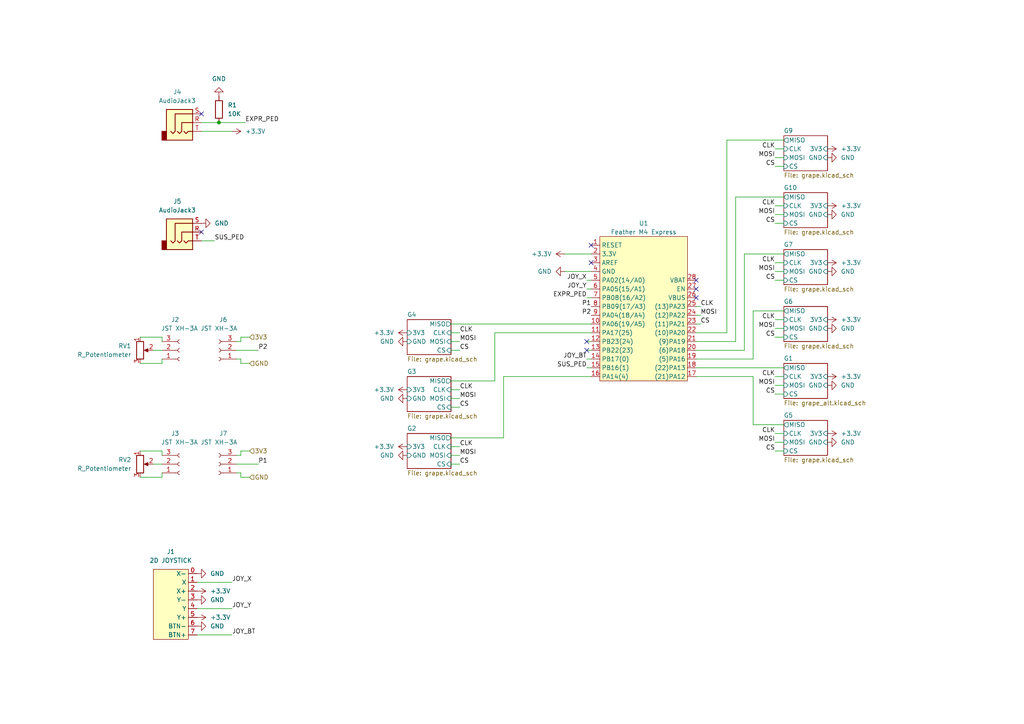
<source format=kicad_sch>
(kicad_sch (version 20230121) (generator eeschema)

  (uuid 3628cda3-bad1-4014-a851-91434ca52087)

  (paper "A4")

  (lib_symbols
    (symbol "Connector:Conn_01x03_Socket" (pin_names (offset 1.016) hide) (in_bom yes) (on_board yes)
      (property "Reference" "J" (at 0 5.08 0)
        (effects (font (size 1.27 1.27)))
      )
      (property "Value" "Conn_01x03_Socket" (at 0 -5.08 0)
        (effects (font (size 1.27 1.27)))
      )
      (property "Footprint" "" (at 0 0 0)
        (effects (font (size 1.27 1.27)) hide)
      )
      (property "Datasheet" "~" (at 0 0 0)
        (effects (font (size 1.27 1.27)) hide)
      )
      (property "ki_locked" "" (at 0 0 0)
        (effects (font (size 1.27 1.27)))
      )
      (property "ki_keywords" "connector" (at 0 0 0)
        (effects (font (size 1.27 1.27)) hide)
      )
      (property "ki_description" "Generic connector, single row, 01x03, script generated" (at 0 0 0)
        (effects (font (size 1.27 1.27)) hide)
      )
      (property "ki_fp_filters" "Connector*:*_1x??_*" (at 0 0 0)
        (effects (font (size 1.27 1.27)) hide)
      )
      (symbol "Conn_01x03_Socket_1_1"
        (arc (start 0 -2.032) (mid -0.5058 -2.54) (end 0 -3.048)
          (stroke (width 0.1524) (type default))
          (fill (type none))
        )
        (polyline
          (pts
            (xy -1.27 -2.54)
            (xy -0.508 -2.54)
          )
          (stroke (width 0.1524) (type default))
          (fill (type none))
        )
        (polyline
          (pts
            (xy -1.27 0)
            (xy -0.508 0)
          )
          (stroke (width 0.1524) (type default))
          (fill (type none))
        )
        (polyline
          (pts
            (xy -1.27 2.54)
            (xy -0.508 2.54)
          )
          (stroke (width 0.1524) (type default))
          (fill (type none))
        )
        (arc (start 0 0.508) (mid -0.5058 0) (end 0 -0.508)
          (stroke (width 0.1524) (type default))
          (fill (type none))
        )
        (arc (start 0 3.048) (mid -0.5058 2.54) (end 0 2.032)
          (stroke (width 0.1524) (type default))
          (fill (type none))
        )
        (pin passive line (at -5.08 2.54 0) (length 3.81)
          (name "Pin_1" (effects (font (size 1.27 1.27))))
          (number "1" (effects (font (size 1.27 1.27))))
        )
        (pin passive line (at -5.08 0 0) (length 3.81)
          (name "Pin_2" (effects (font (size 1.27 1.27))))
          (number "2" (effects (font (size 1.27 1.27))))
        )
        (pin passive line (at -5.08 -2.54 0) (length 3.81)
          (name "Pin_3" (effects (font (size 1.27 1.27))))
          (number "3" (effects (font (size 1.27 1.27))))
        )
      )
    )
    (symbol "Connector_Audio:AudioJack3" (in_bom yes) (on_board yes)
      (property "Reference" "J" (at 0 8.89 0)
        (effects (font (size 1.27 1.27)))
      )
      (property "Value" "AudioJack3" (at 0 6.35 0)
        (effects (font (size 1.27 1.27)))
      )
      (property "Footprint" "" (at 0 0 0)
        (effects (font (size 1.27 1.27)) hide)
      )
      (property "Datasheet" "~" (at 0 0 0)
        (effects (font (size 1.27 1.27)) hide)
      )
      (property "ki_keywords" "audio jack receptacle stereo headphones phones TRS connector" (at 0 0 0)
        (effects (font (size 1.27 1.27)) hide)
      )
      (property "ki_description" "Audio Jack, 3 Poles (Stereo / TRS)" (at 0 0 0)
        (effects (font (size 1.27 1.27)) hide)
      )
      (property "ki_fp_filters" "Jack*" (at 0 0 0)
        (effects (font (size 1.27 1.27)) hide)
      )
      (symbol "AudioJack3_0_1"
        (rectangle (start -5.08 -5.08) (end -6.35 -2.54)
          (stroke (width 0.254) (type default))
          (fill (type outline))
        )
        (polyline
          (pts
            (xy 0 -2.54)
            (xy 0.635 -3.175)
            (xy 1.27 -2.54)
            (xy 2.54 -2.54)
          )
          (stroke (width 0.254) (type default))
          (fill (type none))
        )
        (polyline
          (pts
            (xy -1.905 -2.54)
            (xy -1.27 -3.175)
            (xy -0.635 -2.54)
            (xy -0.635 0)
            (xy 2.54 0)
          )
          (stroke (width 0.254) (type default))
          (fill (type none))
        )
        (polyline
          (pts
            (xy 2.54 2.54)
            (xy -2.54 2.54)
            (xy -2.54 -2.54)
            (xy -3.175 -3.175)
            (xy -3.81 -2.54)
          )
          (stroke (width 0.254) (type default))
          (fill (type none))
        )
        (rectangle (start 2.54 3.81) (end -5.08 -5.08)
          (stroke (width 0.254) (type default))
          (fill (type background))
        )
      )
      (symbol "AudioJack3_1_1"
        (pin passive line (at 5.08 0 180) (length 2.54)
          (name "~" (effects (font (size 1.27 1.27))))
          (number "R" (effects (font (size 1.27 1.27))))
        )
        (pin passive line (at 5.08 2.54 180) (length 2.54)
          (name "~" (effects (font (size 1.27 1.27))))
          (number "S" (effects (font (size 1.27 1.27))))
        )
        (pin passive line (at 5.08 -2.54 180) (length 2.54)
          (name "~" (effects (font (size 1.27 1.27))))
          (number "T" (effects (font (size 1.27 1.27))))
        )
      )
    )
    (symbol "Device:R" (pin_numbers hide) (pin_names (offset 0)) (in_bom yes) (on_board yes)
      (property "Reference" "R" (at 2.032 0 90)
        (effects (font (size 1.27 1.27)))
      )
      (property "Value" "R" (at 0 0 90)
        (effects (font (size 1.27 1.27)))
      )
      (property "Footprint" "" (at -1.778 0 90)
        (effects (font (size 1.27 1.27)) hide)
      )
      (property "Datasheet" "~" (at 0 0 0)
        (effects (font (size 1.27 1.27)) hide)
      )
      (property "ki_keywords" "R res resistor" (at 0 0 0)
        (effects (font (size 1.27 1.27)) hide)
      )
      (property "ki_description" "Resistor" (at 0 0 0)
        (effects (font (size 1.27 1.27)) hide)
      )
      (property "ki_fp_filters" "R_*" (at 0 0 0)
        (effects (font (size 1.27 1.27)) hide)
      )
      (symbol "R_0_1"
        (rectangle (start -1.016 -2.54) (end 1.016 2.54)
          (stroke (width 0.254) (type default))
          (fill (type none))
        )
      )
      (symbol "R_1_1"
        (pin passive line (at 0 3.81 270) (length 1.27)
          (name "~" (effects (font (size 1.27 1.27))))
          (number "1" (effects (font (size 1.27 1.27))))
        )
        (pin passive line (at 0 -3.81 90) (length 1.27)
          (name "~" (effects (font (size 1.27 1.27))))
          (number "2" (effects (font (size 1.27 1.27))))
        )
      )
    )
    (symbol "Device:R_Potentiometer" (pin_names (offset 1.016) hide) (in_bom yes) (on_board yes)
      (property "Reference" "RV" (at -4.445 0 90)
        (effects (font (size 1.27 1.27)))
      )
      (property "Value" "R_Potentiometer" (at -2.54 0 90)
        (effects (font (size 1.27 1.27)))
      )
      (property "Footprint" "" (at 0 0 0)
        (effects (font (size 1.27 1.27)) hide)
      )
      (property "Datasheet" "~" (at 0 0 0)
        (effects (font (size 1.27 1.27)) hide)
      )
      (property "ki_keywords" "resistor variable" (at 0 0 0)
        (effects (font (size 1.27 1.27)) hide)
      )
      (property "ki_description" "Potentiometer" (at 0 0 0)
        (effects (font (size 1.27 1.27)) hide)
      )
      (property "ki_fp_filters" "Potentiometer*" (at 0 0 0)
        (effects (font (size 1.27 1.27)) hide)
      )
      (symbol "R_Potentiometer_0_1"
        (polyline
          (pts
            (xy 2.54 0)
            (xy 1.524 0)
          )
          (stroke (width 0) (type default))
          (fill (type none))
        )
        (polyline
          (pts
            (xy 1.143 0)
            (xy 2.286 0.508)
            (xy 2.286 -0.508)
            (xy 1.143 0)
          )
          (stroke (width 0) (type default))
          (fill (type outline))
        )
        (rectangle (start 1.016 2.54) (end -1.016 -2.54)
          (stroke (width 0.254) (type default))
          (fill (type none))
        )
      )
      (symbol "R_Potentiometer_1_1"
        (pin passive line (at 0 3.81 270) (length 1.27)
          (name "1" (effects (font (size 1.27 1.27))))
          (number "1" (effects (font (size 1.27 1.27))))
        )
        (pin passive line (at 3.81 0 180) (length 1.27)
          (name "2" (effects (font (size 1.27 1.27))))
          (number "2" (effects (font (size 1.27 1.27))))
        )
        (pin passive line (at 0 -3.81 90) (length 1.27)
          (name "3" (effects (font (size 1.27 1.27))))
          (number "3" (effects (font (size 1.27 1.27))))
        )
      )
    )
    (symbol "Library:2-Axis_Joystick" (in_bom yes) (on_board yes)
      (property "Reference" "J" (at 0 10.16 0)
        (effects (font (size 1.27 1.27)))
      )
      (property "Value" "" (at 0 0 0)
        (effects (font (size 1.27 1.27)) hide)
      )
      (property "Footprint" "Library:Adafruit (512) Analog 2-axis Thumb Joystick with Select Button" (at 0 13.97 0)
        (effects (font (size 1.27 1.27)) hide)
      )
      (property "Datasheet" "" (at 0 0 0)
        (effects (font (size 1.27 1.27)) hide)
      )
      (symbol "2-Axis_Joystick_1_1"
        (rectangle (start -5.08 7.62) (end 5.08 -12.7)
          (stroke (width 0) (type default))
          (fill (type background))
        )
        (pin power_in line (at 7.62 6.35 180) (length 2.54)
          (name "X-" (effects (font (size 1.27 1.27))))
          (number "0" (effects (font (size 1.27 1.27))))
        )
        (pin output line (at 7.62 3.81 180) (length 2.54)
          (name "X" (effects (font (size 1.27 1.27))))
          (number "1" (effects (font (size 1.27 1.27))))
        )
        (pin power_in line (at 7.62 1.27 180) (length 2.54)
          (name "X+" (effects (font (size 1.27 1.27))))
          (number "2" (effects (font (size 1.27 1.27))))
        )
        (pin power_in line (at 7.62 -1.27 180) (length 2.54)
          (name "Y-" (effects (font (size 1.27 1.27))))
          (number "3" (effects (font (size 1.27 1.27))))
        )
        (pin output line (at 7.62 -3.81 180) (length 2.54)
          (name "Y" (effects (font (size 1.27 1.27))))
          (number "4" (effects (font (size 1.27 1.27))))
        )
        (pin power_in line (at 7.62 -6.35 180) (length 2.54)
          (name "Y+" (effects (font (size 1.27 1.27))))
          (number "5" (effects (font (size 1.27 1.27))))
        )
        (pin power_in line (at 7.62 -8.89 180) (length 2.54)
          (name "BTN-" (effects (font (size 1.27 1.27))))
          (number "6" (effects (font (size 1.27 1.27))))
        )
        (pin output line (at 7.62 -11.43 180) (length 2.54)
          (name "BTN+" (effects (font (size 1.27 1.27))))
          (number "7" (effects (font (size 1.27 1.27))))
        )
      )
    )
    (symbol "Library:Adafruit_Feather_M4_Express" (in_bom yes) (on_board yes)
      (property "Reference" "U" (at 0 12.7 0)
        (effects (font (size 1.27 1.27)))
      )
      (property "Value" "" (at 3.81 -7.62 0)
        (effects (font (size 1.27 1.27)))
      )
      (property "Footprint" "Library:Adafruit_Feather_M4_Express" (at 1.27 -33.02 0)
        (effects (font (size 1.27 1.27)) hide)
      )
      (property "Datasheet" "" (at 3.81 -7.62 0)
        (effects (font (size 1.27 1.27)) hide)
      )
      (symbol "Adafruit_Feather_M4_Express_1_1"
        (rectangle (start -12.7 11.43) (end 12.7 -30.48)
          (stroke (width 0) (type default))
          (fill (type background))
        )
        (pin input line (at -15.24 8.89 0) (length 2.54)
          (name "RESET" (effects (font (size 1.27 1.27))))
          (number "1" (effects (font (size 1.27 1.27))))
        )
        (pin bidirectional line (at -15.24 -13.97 0) (length 2.54)
          (name "PA06(19/A5)" (effects (font (size 1.27 1.27))))
          (number "10" (effects (font (size 1.27 1.27))))
        )
        (pin bidirectional line (at -15.24 -16.51 0) (length 2.54)
          (name "PA17(25)" (effects (font (size 1.27 1.27))))
          (number "11" (effects (font (size 1.27 1.27))))
        )
        (pin bidirectional line (at -15.24 -19.05 0) (length 2.54)
          (name "PB23(24)" (effects (font (size 1.27 1.27))))
          (number "12" (effects (font (size 1.27 1.27))))
        )
        (pin bidirectional line (at -15.24 -21.59 0) (length 2.54)
          (name "PB22(23)" (effects (font (size 1.27 1.27))))
          (number "13" (effects (font (size 1.27 1.27))))
        )
        (pin bidirectional line (at -15.24 -24.13 0) (length 2.54)
          (name "PB17(0)" (effects (font (size 1.27 1.27))))
          (number "14" (effects (font (size 1.27 1.27))))
        )
        (pin bidirectional line (at -15.24 -26.67 0) (length 2.54)
          (name "PB16(1)" (effects (font (size 1.27 1.27))))
          (number "15" (effects (font (size 1.27 1.27))))
        )
        (pin bidirectional line (at -15.24 -29.21 0) (length 2.54)
          (name "PA14(4)" (effects (font (size 1.27 1.27))))
          (number "16" (effects (font (size 1.27 1.27))))
        )
        (pin bidirectional line (at 15.24 -29.21 180) (length 2.54)
          (name "(21)PA12" (effects (font (size 1.27 1.27))))
          (number "17" (effects (font (size 1.27 1.27))))
        )
        (pin bidirectional line (at 15.24 -26.67 180) (length 2.54)
          (name "(22)PA13" (effects (font (size 1.27 1.27))))
          (number "18" (effects (font (size 1.27 1.27))))
        )
        (pin bidirectional line (at 15.24 -24.13 180) (length 2.54)
          (name "(5)PA16" (effects (font (size 1.27 1.27))))
          (number "19" (effects (font (size 1.27 1.27))))
        )
        (pin power_out line (at -15.24 6.35 0) (length 2.54)
          (name "3.3V" (effects (font (size 1.27 1.27))))
          (number "2" (effects (font (size 1.27 1.27))))
        )
        (pin bidirectional line (at 15.24 -21.59 180) (length 2.54)
          (name "(6)PA18" (effects (font (size 1.27 1.27))))
          (number "20" (effects (font (size 1.27 1.27))))
        )
        (pin bidirectional line (at 15.24 -19.05 180) (length 2.54)
          (name "(9)PA19" (effects (font (size 1.27 1.27))))
          (number "21" (effects (font (size 1.27 1.27))))
        )
        (pin bidirectional line (at 15.24 -16.51 180) (length 2.54)
          (name "(10)PA20" (effects (font (size 1.27 1.27))))
          (number "22" (effects (font (size 1.27 1.27))))
        )
        (pin bidirectional line (at 15.24 -13.97 180) (length 2.54)
          (name "(11)PA21" (effects (font (size 1.27 1.27))))
          (number "23" (effects (font (size 1.27 1.27))))
        )
        (pin bidirectional line (at 15.24 -11.43 180) (length 2.54)
          (name "(12)PA22" (effects (font (size 1.27 1.27))))
          (number "24" (effects (font (size 1.27 1.27))))
        )
        (pin bidirectional line (at 15.24 -8.89 180) (length 2.54)
          (name "(13)PA23" (effects (font (size 1.27 1.27))))
          (number "25" (effects (font (size 1.27 1.27))))
        )
        (pin power_out line (at 15.24 -6.35 180) (length 2.54)
          (name "VBUS" (effects (font (size 1.27 1.27))))
          (number "26" (effects (font (size 1.27 1.27))))
        )
        (pin input line (at 15.24 -3.81 180) (length 2.54)
          (name "EN" (effects (font (size 1.27 1.27))))
          (number "27" (effects (font (size 1.27 1.27))))
        )
        (pin power_out line (at 15.24 -1.27 180) (length 2.54)
          (name "VBAT" (effects (font (size 1.27 1.27))))
          (number "28" (effects (font (size 1.27 1.27))))
        )
        (pin input line (at -15.24 3.81 0) (length 2.54)
          (name "AREF" (effects (font (size 1.27 1.27))))
          (number "3" (effects (font (size 1.27 1.27))))
        )
        (pin power_out line (at -15.24 1.27 0) (length 2.54)
          (name "GND" (effects (font (size 1.27 1.27))))
          (number "4" (effects (font (size 1.27 1.27))))
        )
        (pin bidirectional line (at -15.24 -1.27 0) (length 2.54)
          (name "PA02(14/A0)" (effects (font (size 1.27 1.27))))
          (number "5" (effects (font (size 1.27 1.27))))
        )
        (pin bidirectional line (at -15.24 -3.81 0) (length 2.54)
          (name "PA05(15/A1)" (effects (font (size 1.27 1.27))))
          (number "6" (effects (font (size 1.27 1.27))))
        )
        (pin bidirectional line (at -15.24 -6.35 0) (length 2.54)
          (name "PB08(16/A2)" (effects (font (size 1.27 1.27))))
          (number "7" (effects (font (size 1.27 1.27))))
        )
        (pin bidirectional line (at -15.24 -8.89 0) (length 2.54)
          (name "PB09(17/A3)" (effects (font (size 1.27 1.27))))
          (number "8" (effects (font (size 1.27 1.27))))
        )
        (pin bidirectional line (at -15.24 -11.43 0) (length 2.54)
          (name "PA04(18/A4)" (effects (font (size 1.27 1.27))))
          (number "9" (effects (font (size 1.27 1.27))))
        )
      )
    )
    (symbol "power:+3.3V" (power) (pin_names (offset 0)) (in_bom yes) (on_board yes)
      (property "Reference" "#PWR" (at 0 -3.81 0)
        (effects (font (size 1.27 1.27)) hide)
      )
      (property "Value" "+3.3V" (at 0 3.556 0)
        (effects (font (size 1.27 1.27)))
      )
      (property "Footprint" "" (at 0 0 0)
        (effects (font (size 1.27 1.27)) hide)
      )
      (property "Datasheet" "" (at 0 0 0)
        (effects (font (size 1.27 1.27)) hide)
      )
      (property "ki_keywords" "global power" (at 0 0 0)
        (effects (font (size 1.27 1.27)) hide)
      )
      (property "ki_description" "Power symbol creates a global label with name \"+3.3V\"" (at 0 0 0)
        (effects (font (size 1.27 1.27)) hide)
      )
      (symbol "+3.3V_0_1"
        (polyline
          (pts
            (xy -0.762 1.27)
            (xy 0 2.54)
          )
          (stroke (width 0) (type default))
          (fill (type none))
        )
        (polyline
          (pts
            (xy 0 0)
            (xy 0 2.54)
          )
          (stroke (width 0) (type default))
          (fill (type none))
        )
        (polyline
          (pts
            (xy 0 2.54)
            (xy 0.762 1.27)
          )
          (stroke (width 0) (type default))
          (fill (type none))
        )
      )
      (symbol "+3.3V_1_1"
        (pin power_in line (at 0 0 90) (length 0) hide
          (name "+3.3V" (effects (font (size 1.27 1.27))))
          (number "1" (effects (font (size 1.27 1.27))))
        )
      )
    )
    (symbol "power:GND" (power) (pin_names (offset 0)) (in_bom yes) (on_board yes)
      (property "Reference" "#PWR" (at 0 -6.35 0)
        (effects (font (size 1.27 1.27)) hide)
      )
      (property "Value" "GND" (at 0 -3.81 0)
        (effects (font (size 1.27 1.27)))
      )
      (property "Footprint" "" (at 0 0 0)
        (effects (font (size 1.27 1.27)) hide)
      )
      (property "Datasheet" "" (at 0 0 0)
        (effects (font (size 1.27 1.27)) hide)
      )
      (property "ki_keywords" "global power" (at 0 0 0)
        (effects (font (size 1.27 1.27)) hide)
      )
      (property "ki_description" "Power symbol creates a global label with name \"GND\" , ground" (at 0 0 0)
        (effects (font (size 1.27 1.27)) hide)
      )
      (symbol "GND_0_1"
        (polyline
          (pts
            (xy 0 0)
            (xy 0 -1.27)
            (xy 1.27 -1.27)
            (xy 0 -2.54)
            (xy -1.27 -1.27)
            (xy 0 -1.27)
          )
          (stroke (width 0) (type default))
          (fill (type none))
        )
      )
      (symbol "GND_1_1"
        (pin power_in line (at 0 0 270) (length 0) hide
          (name "GND" (effects (font (size 1.27 1.27))))
          (number "1" (effects (font (size 1.27 1.27))))
        )
      )
    )
  )

  (junction (at 63.5 35.56) (diameter 0) (color 0 0 0 0)
    (uuid 55137675-6093-4421-896c-d7a620783d38)
  )

  (no_connect (at 201.93 83.82) (uuid 2edab7a6-9ef6-42d9-af20-221256d27201))
  (no_connect (at 58.42 33.02) (uuid 5c86e84a-98e4-4047-bead-87e8aa0bcada))
  (no_connect (at 201.93 86.36) (uuid 9a695043-0dbd-4d4f-9477-e34d2334ef90))
  (no_connect (at 170.18 101.6) (uuid 9f648322-dc12-4c40-bfb9-6f626b63e8d9))
  (no_connect (at 171.45 71.12) (uuid b858a872-53bf-41dc-8927-985f93f1ba85))
  (no_connect (at 58.42 67.31) (uuid d1cfb913-c7e9-4bfb-9935-e1cb51c167c6))
  (no_connect (at 171.45 76.2) (uuid db8e10af-a6a1-4a19-9a5c-91061c94dc05))
  (no_connect (at 170.18 99.06) (uuid e1e6138d-eeb1-41c5-89b6-a73f2c91cba3))
  (no_connect (at 201.93 81.28) (uuid ea165b94-0421-490a-97e3-cc023526444e))

  (wire (pts (xy 130.81 127) (xy 146.05 127))
    (stroke (width 0) (type default))
    (uuid 026d3e76-d385-4ef1-846f-c7aa20827858)
  )
  (wire (pts (xy 210.82 96.52) (xy 210.82 40.64))
    (stroke (width 0) (type default))
    (uuid 040755d8-3370-4014-a3f4-d426c6287dcb)
  )
  (wire (pts (xy 146.05 109.22) (xy 171.45 109.22))
    (stroke (width 0) (type default))
    (uuid 07cd80fd-56b3-48b9-9bad-06a3263d730a)
  )
  (wire (pts (xy 201.93 104.14) (xy 218.44 104.14))
    (stroke (width 0) (type default))
    (uuid 0e37f904-f3a3-4349-a2d8-512a5ee5e492)
  )
  (wire (pts (xy 74.93 101.6) (xy 68.58 101.6))
    (stroke (width 0) (type default))
    (uuid 10451fc9-1a46-4ab3-a07f-bd5d1e1f9fe2)
  )
  (wire (pts (xy 224.79 125.73) (xy 227.33 125.73))
    (stroke (width 0) (type default))
    (uuid 14d058b5-37e1-4bb6-9c75-8e139b399e43)
  )
  (wire (pts (xy 203.2 91.44) (xy 201.93 91.44))
    (stroke (width 0) (type default))
    (uuid 15c6c265-6aab-4a01-a8fc-ae2787e0333c)
  )
  (wire (pts (xy 72.39 138.43) (xy 69.85 138.43))
    (stroke (width 0) (type default))
    (uuid 167877d0-14ef-46a1-88cc-84d9de0c0ac6)
  )
  (wire (pts (xy 201.93 101.6) (xy 215.9 101.6))
    (stroke (width 0) (type default))
    (uuid 16c7f38f-44f9-48c4-bde7-4344c923677f)
  )
  (wire (pts (xy 224.79 59.69) (xy 227.33 59.69))
    (stroke (width 0) (type default))
    (uuid 1ba888d8-81db-4b09-a7e1-a8867ee252e2)
  )
  (wire (pts (xy 69.85 99.06) (xy 68.58 99.06))
    (stroke (width 0) (type default))
    (uuid 1bb4aae6-b2f7-4037-9881-d5286a3e1f1f)
  )
  (wire (pts (xy 133.35 115.57) (xy 130.81 115.57))
    (stroke (width 0) (type default))
    (uuid 1c77d980-09e4-4825-9790-51f1ac8f2529)
  )
  (wire (pts (xy 57.15 184.15) (xy 67.31 184.15))
    (stroke (width 0) (type default))
    (uuid 2a02e2b4-d672-496f-a140-879b9717b805)
  )
  (wire (pts (xy 46.99 138.43) (xy 46.99 137.16))
    (stroke (width 0) (type default))
    (uuid 2c15524b-15a7-4c9c-9bfc-55b81f062ec4)
  )
  (wire (pts (xy 218.44 90.17) (xy 227.33 90.17))
    (stroke (width 0) (type default))
    (uuid 3337b143-9a97-4328-b6ae-47f9383ec1fe)
  )
  (wire (pts (xy 40.64 105.41) (xy 46.99 105.41))
    (stroke (width 0) (type default))
    (uuid 38ab47d9-f6ae-4aec-9df7-10393d690887)
  )
  (wire (pts (xy 170.18 104.14) (xy 171.45 104.14))
    (stroke (width 0) (type default))
    (uuid 3d8a8422-d0cb-4efe-8247-df63428f055b)
  )
  (wire (pts (xy 130.81 110.49) (xy 143.51 110.49))
    (stroke (width 0) (type default))
    (uuid 3da62cde-24cf-41dc-a85e-918a745febf3)
  )
  (wire (pts (xy 72.39 105.41) (xy 69.85 105.41))
    (stroke (width 0) (type default))
    (uuid 3e7bb1ca-e80e-45b9-84cc-7edc19f1bd66)
  )
  (wire (pts (xy 170.18 81.28) (xy 171.45 81.28))
    (stroke (width 0) (type default))
    (uuid 44a95205-98cd-44a3-9065-5dbcfe6463f6)
  )
  (wire (pts (xy 69.85 105.41) (xy 69.85 104.14))
    (stroke (width 0) (type default))
    (uuid 46ea7cd3-872f-46b2-a4bc-d222b1b71d1e)
  )
  (wire (pts (xy 224.79 92.71) (xy 227.33 92.71))
    (stroke (width 0) (type default))
    (uuid 4a8805cb-d174-4b8e-b7f7-cf4b61f402c5)
  )
  (wire (pts (xy 57.15 168.91) (xy 67.31 168.91))
    (stroke (width 0) (type default))
    (uuid 4e476027-b6be-4d6d-918c-df23fdca2f9c)
  )
  (wire (pts (xy 69.85 130.81) (xy 69.85 132.08))
    (stroke (width 0) (type default))
    (uuid 4eab099e-c9ee-463d-be0e-e2d76e55a4e9)
  )
  (wire (pts (xy 218.44 109.22) (xy 218.44 123.19))
    (stroke (width 0) (type default))
    (uuid 4ece2bd4-65a5-415f-b82b-61079b14d29e)
  )
  (wire (pts (xy 163.83 78.74) (xy 171.45 78.74))
    (stroke (width 0) (type default))
    (uuid 5026c27c-5960-422c-9e4a-5d6003a35e61)
  )
  (wire (pts (xy 146.05 127) (xy 146.05 109.22))
    (stroke (width 0) (type default))
    (uuid 52e73dd5-e1bf-4497-9dab-a2ce4bd6df1c)
  )
  (wire (pts (xy 201.93 106.68) (xy 227.33 106.68))
    (stroke (width 0) (type default))
    (uuid 5352701e-1fa5-4390-8323-46b9b7b5cb01)
  )
  (wire (pts (xy 133.35 99.06) (xy 130.81 99.06))
    (stroke (width 0) (type default))
    (uuid 573c4cc8-fbca-4f3d-bc5d-d97b65b3be06)
  )
  (wire (pts (xy 44.45 134.62) (xy 46.99 134.62))
    (stroke (width 0) (type default))
    (uuid 5758db88-0fac-4b61-b193-0e3559a68161)
  )
  (wire (pts (xy 224.79 62.23) (xy 227.33 62.23))
    (stroke (width 0) (type default))
    (uuid 608e388a-35de-4f43-98ed-ecf2d5e90cd1)
  )
  (wire (pts (xy 143.51 110.49) (xy 143.51 96.52))
    (stroke (width 0) (type default))
    (uuid 670cbbc9-b1d7-4d69-9f0c-3c1e175c362b)
  )
  (wire (pts (xy 224.79 95.25) (xy 227.33 95.25))
    (stroke (width 0) (type default))
    (uuid 6a579de6-d5d2-4fcd-8a4c-bbc46d8f7f0e)
  )
  (wire (pts (xy 46.99 130.81) (xy 46.99 132.08))
    (stroke (width 0) (type default))
    (uuid 6b4a77b5-5252-4b6a-b285-f567496848f5)
  )
  (wire (pts (xy 130.81 113.03) (xy 133.35 113.03))
    (stroke (width 0) (type default))
    (uuid 72008896-48ab-4864-9b01-2b2124476d5b)
  )
  (wire (pts (xy 69.85 104.14) (xy 68.58 104.14))
    (stroke (width 0) (type default))
    (uuid 7433007d-bd20-4162-af4d-523430f862d9)
  )
  (wire (pts (xy 57.15 176.53) (xy 67.31 176.53))
    (stroke (width 0) (type default))
    (uuid 768c9779-0a9c-4c14-af05-912d25129523)
  )
  (wire (pts (xy 224.79 64.77) (xy 227.33 64.77))
    (stroke (width 0) (type default))
    (uuid 76c1ae56-88aa-4ec3-9334-8965685de457)
  )
  (wire (pts (xy 170.18 86.36) (xy 171.45 86.36))
    (stroke (width 0) (type default))
    (uuid 77cc2f79-11ed-4685-98c2-e66ab5922051)
  )
  (wire (pts (xy 143.51 96.52) (xy 171.45 96.52))
    (stroke (width 0) (type default))
    (uuid 784a0df6-54c3-40c1-8369-b10bc0c67f2a)
  )
  (wire (pts (xy 40.64 97.79) (xy 46.99 97.79))
    (stroke (width 0) (type default))
    (uuid 7b597b24-2b9a-4a7f-9cdd-8fcb4aa9bc9f)
  )
  (wire (pts (xy 40.64 130.81) (xy 46.99 130.81))
    (stroke (width 0) (type default))
    (uuid 7d4fbe1a-529b-4ee0-989b-c22acc3a8d81)
  )
  (wire (pts (xy 44.45 101.6) (xy 46.99 101.6))
    (stroke (width 0) (type default))
    (uuid 7e52e5f1-c05b-4af3-b4c2-22489ac6c6d7)
  )
  (wire (pts (xy 224.79 76.2) (xy 227.33 76.2))
    (stroke (width 0) (type default))
    (uuid 822e4523-976e-4a2e-8e3c-da92e884139a)
  )
  (wire (pts (xy 69.85 132.08) (xy 68.58 132.08))
    (stroke (width 0) (type default))
    (uuid 83782837-4468-4e01-ba40-dba130045f42)
  )
  (wire (pts (xy 213.36 57.15) (xy 227.33 57.15))
    (stroke (width 0) (type default))
    (uuid 842d9e0f-5e7a-43c9-afb4-5e2393a9f715)
  )
  (wire (pts (xy 69.85 97.79) (xy 69.85 99.06))
    (stroke (width 0) (type default))
    (uuid 869aba67-5fd2-4d9c-b96a-00ca63f9a786)
  )
  (wire (pts (xy 67.31 38.1) (xy 58.42 38.1))
    (stroke (width 0) (type default))
    (uuid 8912fec2-d502-4f67-82ac-2883e75156b8)
  )
  (wire (pts (xy 224.79 81.28) (xy 227.33 81.28))
    (stroke (width 0) (type default))
    (uuid 8ae18c57-31f7-4623-b3ae-d0c889ae505d)
  )
  (wire (pts (xy 69.85 137.16) (xy 68.58 137.16))
    (stroke (width 0) (type default))
    (uuid 91c08442-6af5-4626-b214-a50d6335c517)
  )
  (wire (pts (xy 227.33 109.22) (xy 224.79 109.22))
    (stroke (width 0) (type default))
    (uuid 92a12b40-febe-4397-afb9-e99b709670e2)
  )
  (wire (pts (xy 133.35 118.11) (xy 130.81 118.11))
    (stroke (width 0) (type default))
    (uuid 9320edc7-7eb8-4179-88e8-ddf8dad88d3a)
  )
  (wire (pts (xy 201.93 96.52) (xy 210.82 96.52))
    (stroke (width 0) (type default))
    (uuid 935862a6-5ef0-425c-95d3-4ce22c8ccacb)
  )
  (wire (pts (xy 130.81 96.52) (xy 133.35 96.52))
    (stroke (width 0) (type default))
    (uuid 93ce2b23-0efb-445f-b909-f1e2f8e88635)
  )
  (wire (pts (xy 46.99 105.41) (xy 46.99 104.14))
    (stroke (width 0) (type default))
    (uuid 941015dd-09f7-415c-af4c-804efcb8ce75)
  )
  (wire (pts (xy 224.79 45.72) (xy 227.33 45.72))
    (stroke (width 0) (type default))
    (uuid 96f07c82-859b-4f79-af94-6e51a26ff10b)
  )
  (wire (pts (xy 130.81 93.98) (xy 171.45 93.98))
    (stroke (width 0) (type default))
    (uuid 9757678a-d573-44c0-89e3-17cda1dfc24b)
  )
  (wire (pts (xy 224.79 78.74) (xy 227.33 78.74))
    (stroke (width 0) (type default))
    (uuid 98b89837-020c-4c84-b68b-22eb2625a707)
  )
  (wire (pts (xy 74.93 134.62) (xy 68.58 134.62))
    (stroke (width 0) (type default))
    (uuid 9b31bd42-4e1b-4f58-951d-c81a920ae2c3)
  )
  (wire (pts (xy 218.44 123.19) (xy 227.33 123.19))
    (stroke (width 0) (type default))
    (uuid 9f4e4a78-267d-4152-b041-2f327f27f97f)
  )
  (wire (pts (xy 215.9 73.66) (xy 215.9 101.6))
    (stroke (width 0) (type default))
    (uuid a3a4f07c-45ea-49ab-8cf6-c6cfc6749193)
  )
  (wire (pts (xy 224.79 114.3) (xy 227.33 114.3))
    (stroke (width 0) (type default))
    (uuid aa8db4ff-1ffb-4fb8-ba18-9f1c17c63986)
  )
  (wire (pts (xy 170.18 99.06) (xy 171.45 99.06))
    (stroke (width 0) (type default))
    (uuid b569a262-9561-4c5b-8972-50059e6f1043)
  )
  (wire (pts (xy 224.79 111.76) (xy 227.33 111.76))
    (stroke (width 0) (type default))
    (uuid bb1691da-8e4f-423d-a9e1-9fc81999c79b)
  )
  (wire (pts (xy 63.5 35.56) (xy 71.12 35.56))
    (stroke (width 0) (type default))
    (uuid bcbd14d5-67ed-4a00-956a-92a791dcc158)
  )
  (wire (pts (xy 170.18 83.82) (xy 171.45 83.82))
    (stroke (width 0) (type default))
    (uuid bd380da8-60a2-4827-847e-ac40cabcf632)
  )
  (wire (pts (xy 224.79 97.79) (xy 227.33 97.79))
    (stroke (width 0) (type default))
    (uuid c21b99c4-e46f-440f-9502-fac6b7b447cc)
  )
  (wire (pts (xy 130.81 134.62) (xy 133.35 134.62))
    (stroke (width 0) (type default))
    (uuid c45a1397-0495-4ed4-9932-95b6d712ad79)
  )
  (wire (pts (xy 203.2 93.98) (xy 201.93 93.98))
    (stroke (width 0) (type default))
    (uuid c4d7dbc9-b307-4c3e-9733-20717a2d7bc0)
  )
  (wire (pts (xy 72.39 97.79) (xy 69.85 97.79))
    (stroke (width 0) (type default))
    (uuid c66bbd2d-bd4d-41b4-8011-d608c4503413)
  )
  (wire (pts (xy 213.36 99.06) (xy 213.36 57.15))
    (stroke (width 0) (type default))
    (uuid c7dfb017-1c43-45a7-852f-bb5b3a82e7a0)
  )
  (wire (pts (xy 130.81 129.54) (xy 133.35 129.54))
    (stroke (width 0) (type default))
    (uuid c83d1289-ebdd-4a19-b85f-6f2c1edf448a)
  )
  (wire (pts (xy 163.83 73.66) (xy 171.45 73.66))
    (stroke (width 0) (type default))
    (uuid cbeacd3e-f66d-4294-b5f9-9796a6620757)
  )
  (wire (pts (xy 170.18 106.68) (xy 171.45 106.68))
    (stroke (width 0) (type default))
    (uuid ce16b91b-80f6-4396-b8c5-1c32d3b409f2)
  )
  (wire (pts (xy 40.64 138.43) (xy 46.99 138.43))
    (stroke (width 0) (type default))
    (uuid d29b02de-84e2-42d3-9558-3f4f2ce3dd69)
  )
  (wire (pts (xy 72.39 130.81) (xy 69.85 130.81))
    (stroke (width 0) (type default))
    (uuid d4dd150f-db61-4db8-bae8-0f0e9f43831d)
  )
  (wire (pts (xy 133.35 132.08) (xy 130.81 132.08))
    (stroke (width 0) (type default))
    (uuid d595cebb-47b0-419b-be18-c40c175867c0)
  )
  (wire (pts (xy 58.42 35.56) (xy 63.5 35.56))
    (stroke (width 0) (type default))
    (uuid d74936e0-0525-4135-8aa7-f2cbf9df7a36)
  )
  (wire (pts (xy 46.99 97.79) (xy 46.99 99.06))
    (stroke (width 0) (type default))
    (uuid d8965405-361e-436d-9e73-f8a9c0576760)
  )
  (wire (pts (xy 201.93 99.06) (xy 213.36 99.06))
    (stroke (width 0) (type default))
    (uuid d9b71ee2-9fe3-4c71-8c20-a16e6b72f438)
  )
  (wire (pts (xy 62.23 69.85) (xy 58.42 69.85))
    (stroke (width 0) (type default))
    (uuid da86f8ca-5206-4f20-870b-e83ee61bfe2e)
  )
  (wire (pts (xy 215.9 73.66) (xy 227.33 73.66))
    (stroke (width 0) (type default))
    (uuid dc9c0e4f-1d36-4cee-95db-9481445eb445)
  )
  (wire (pts (xy 218.44 104.14) (xy 218.44 90.17))
    (stroke (width 0) (type default))
    (uuid df8e560f-e10f-469f-a29d-52ae7867cc76)
  )
  (wire (pts (xy 203.2 88.9) (xy 201.93 88.9))
    (stroke (width 0) (type default))
    (uuid e10c724b-a654-42ad-8364-50addb443dad)
  )
  (wire (pts (xy 201.93 109.22) (xy 218.44 109.22))
    (stroke (width 0) (type default))
    (uuid e23a0309-9cc9-48f8-8863-4e6b0ab07cfb)
  )
  (wire (pts (xy 224.79 48.26) (xy 227.33 48.26))
    (stroke (width 0) (type default))
    (uuid e4232625-6953-43d8-922a-9f2930f3eb36)
  )
  (wire (pts (xy 224.79 128.27) (xy 227.33 128.27))
    (stroke (width 0) (type default))
    (uuid e5ef2dbe-4780-4bac-afa2-1b3d9ab26f17)
  )
  (wire (pts (xy 133.35 101.6) (xy 130.81 101.6))
    (stroke (width 0) (type default))
    (uuid e737efd2-0498-45e3-9551-b10c39d4a30a)
  )
  (wire (pts (xy 69.85 138.43) (xy 69.85 137.16))
    (stroke (width 0) (type default))
    (uuid ee27b4b0-d7a4-489a-88c5-b2d0e71afce9)
  )
  (wire (pts (xy 210.82 40.64) (xy 227.33 40.64))
    (stroke (width 0) (type default))
    (uuid ee84f6dd-1794-40ec-8623-2adb76a8096a)
  )
  (wire (pts (xy 224.79 130.81) (xy 227.33 130.81))
    (stroke (width 0) (type default))
    (uuid f007dd05-301a-416e-ae6b-dd07e3986a1c)
  )
  (wire (pts (xy 170.18 101.6) (xy 171.45 101.6))
    (stroke (width 0) (type default))
    (uuid f44a7013-7a7c-48c8-9c8b-e96d7639d498)
  )
  (wire (pts (xy 224.79 43.18) (xy 227.33 43.18))
    (stroke (width 0) (type default))
    (uuid fffb0a50-c1df-4dea-a4c9-558c97b21c79)
  )

  (label "CLK" (at 133.35 96.52 0) (fields_autoplaced)
    (effects (font (size 1.27 1.27)) (justify left bottom))
    (uuid 02a63cf6-3e03-4a1b-be68-074c2580cff2)
  )
  (label "JOY_X" (at 170.18 81.28 180) (fields_autoplaced)
    (effects (font (size 1.27 1.27)) (justify right bottom))
    (uuid 0f032203-2c3b-4ffe-b8c8-a9025a41afad)
  )
  (label "CLK" (at 224.79 125.73 180) (fields_autoplaced)
    (effects (font (size 1.27 1.27)) (justify right bottom))
    (uuid 1660d6f0-a62e-4011-adcc-01b93fe8465e)
  )
  (label "CLK" (at 224.79 76.2 180) (fields_autoplaced)
    (effects (font (size 1.27 1.27)) (justify right bottom))
    (uuid 1ebe53fc-b77f-4703-8681-a979f725c15d)
  )
  (label "CS" (at 224.79 64.77 180) (fields_autoplaced)
    (effects (font (size 1.27 1.27)) (justify right bottom))
    (uuid 23c6ec7f-361f-40af-8019-cb4f6330afde)
  )
  (label "JOY_Y" (at 170.18 83.82 180) (fields_autoplaced)
    (effects (font (size 1.27 1.27)) (justify right bottom))
    (uuid 2ca8bd96-0330-429e-8e30-111821ee1006)
  )
  (label "CLK" (at 224.79 43.18 180) (fields_autoplaced)
    (effects (font (size 1.27 1.27)) (justify right bottom))
    (uuid 32843f8c-6026-40b2-b397-7b02224210ae)
  )
  (label "JOY_Y" (at 67.31 176.53 0) (fields_autoplaced)
    (effects (font (size 1.27 1.27)) (justify left bottom))
    (uuid 330fbea6-74c4-4b0f-8fe2-1df9460bcd12)
  )
  (label "CLK" (at 133.35 129.54 0) (fields_autoplaced)
    (effects (font (size 1.27 1.27)) (justify left bottom))
    (uuid 386e3a49-9a65-4344-aefa-99d87e9d3c96)
  )
  (label "MOSI" (at 133.35 115.57 0) (fields_autoplaced)
    (effects (font (size 1.27 1.27)) (justify left bottom))
    (uuid 40daae98-586e-495c-81dd-12310103556b)
  )
  (label "CS" (at 224.79 130.81 180) (fields_autoplaced)
    (effects (font (size 1.27 1.27)) (justify right bottom))
    (uuid 41481879-e599-45db-9317-5e25cc2edb29)
  )
  (label "JOY_BT" (at 67.31 184.15 0) (fields_autoplaced)
    (effects (font (size 1.27 1.27)) (justify left bottom))
    (uuid 44bef7a7-ccc8-46ca-9609-baa5a925e4d3)
  )
  (label "MOSI" (at 224.79 128.27 180) (fields_autoplaced)
    (effects (font (size 1.27 1.27)) (justify right bottom))
    (uuid 53e1f1e4-861a-4e30-a5e0-fce051de232b)
  )
  (label "P1" (at 74.93 134.62 0) (fields_autoplaced)
    (effects (font (size 1.27 1.27)) (justify left bottom))
    (uuid 5f486401-1863-4768-9a23-94467e96e5ea)
  )
  (label "MOSI" (at 133.35 99.06 0) (fields_autoplaced)
    (effects (font (size 1.27 1.27)) (justify left bottom))
    (uuid 7944f634-6292-4431-8bc0-a88f2bde5912)
  )
  (label "CS" (at 224.79 114.3 180) (fields_autoplaced)
    (effects (font (size 1.27 1.27)) (justify right bottom))
    (uuid 7df62f77-8bb1-4f11-91dd-8059ac4d7995)
  )
  (label "SUS_PED" (at 170.18 106.68 180) (fields_autoplaced)
    (effects (font (size 1.27 1.27)) (justify right bottom))
    (uuid 83be917a-5180-42d0-89c8-82a14149913f)
  )
  (label "MOSI" (at 224.79 111.76 180) (fields_autoplaced)
    (effects (font (size 1.27 1.27)) (justify right bottom))
    (uuid 897bbb71-bee9-458f-bcd7-3426990bd330)
  )
  (label "CS" (at 224.79 48.26 180) (fields_autoplaced)
    (effects (font (size 1.27 1.27)) (justify right bottom))
    (uuid 9ae1efa9-cb48-4f19-b527-9310c5da6adc)
  )
  (label "CS" (at 133.35 134.62 0) (fields_autoplaced)
    (effects (font (size 1.27 1.27)) (justify left bottom))
    (uuid 9d28dfe9-eb2a-40c0-97f5-b42e8c7a582e)
  )
  (label "CLK" (at 203.2 88.9 0) (fields_autoplaced)
    (effects (font (size 1.27 1.27)) (justify left bottom))
    (uuid a1f73808-cf28-4eda-8d2e-499497eb3cb7)
  )
  (label "JOY_BT" (at 170.18 104.14 180) (fields_autoplaced)
    (effects (font (size 1.27 1.27)) (justify right bottom))
    (uuid a20ac83f-a4a4-4cd4-8027-6e046d6a8007)
  )
  (label "MOSI" (at 224.79 95.25 180) (fields_autoplaced)
    (effects (font (size 1.27 1.27)) (justify right bottom))
    (uuid a26e3153-d3e0-4d6b-91d3-261295ef31e1)
  )
  (label "CS" (at 224.79 81.28 180) (fields_autoplaced)
    (effects (font (size 1.27 1.27)) (justify right bottom))
    (uuid a31cafd0-e2e1-461b-ae47-363245557dac)
  )
  (label "CLK" (at 224.79 92.71 180) (fields_autoplaced)
    (effects (font (size 1.27 1.27)) (justify right bottom))
    (uuid a5418645-f40a-4f1d-a0cc-b4065aca09dd)
  )
  (label "MOSI" (at 224.79 62.23 180) (fields_autoplaced)
    (effects (font (size 1.27 1.27)) (justify right bottom))
    (uuid a5b9eb4a-f248-4972-b5b4-a9c574535b0d)
  )
  (label "MOSI" (at 224.79 78.74 180) (fields_autoplaced)
    (effects (font (size 1.27 1.27)) (justify right bottom))
    (uuid a69f77e2-d3c8-4b53-83a0-850716a2ee59)
  )
  (label "JOY_X" (at 67.31 168.91 0) (fields_autoplaced)
    (effects (font (size 1.27 1.27)) (justify left bottom))
    (uuid b569d413-4bb2-4414-bb4f-9a5a700418c3)
  )
  (label "CLK" (at 133.35 113.03 0) (fields_autoplaced)
    (effects (font (size 1.27 1.27)) (justify left bottom))
    (uuid b95369cf-f630-4b7d-a913-24d7115c5f93)
  )
  (label "CLK" (at 224.79 59.69 180) (fields_autoplaced)
    (effects (font (size 1.27 1.27)) (justify right bottom))
    (uuid c07f148c-3aff-44b7-8f73-4b7d449efaf8)
  )
  (label "SUS_PED" (at 62.23 69.85 0) (fields_autoplaced)
    (effects (font (size 1.27 1.27)) (justify left bottom))
    (uuid c2991f7a-1f2a-4224-9e80-ad0e6b1be09b)
  )
  (label "MOSI" (at 133.35 132.08 0) (fields_autoplaced)
    (effects (font (size 1.27 1.27)) (justify left bottom))
    (uuid c4712a25-aea3-4ffa-ac28-64cd65b7f24e)
  )
  (label "CS" (at 203.2 93.98 0) (fields_autoplaced)
    (effects (font (size 1.27 1.27)) (justify left bottom))
    (uuid c78031d2-2e16-4e16-bda5-8ac2785279d5)
  )
  (label "EXPR_PED" (at 170.18 86.36 180) (fields_autoplaced)
    (effects (font (size 1.27 1.27)) (justify right bottom))
    (uuid ddb5d590-3086-4aec-bc7a-cbf56d61b85a)
  )
  (label "P2" (at 74.93 101.6 0) (fields_autoplaced)
    (effects (font (size 1.27 1.27)) (justify left bottom))
    (uuid dde4e3ab-5ae3-40f2-9116-a8411d3c493d)
  )
  (label "EXPR_PED" (at 71.12 35.56 0) (fields_autoplaced)
    (effects (font (size 1.27 1.27)) (justify left bottom))
    (uuid e1eea874-ea0c-4a62-8ee2-7d92d8d48608)
  )
  (label "P2" (at 171.45 91.44 180) (fields_autoplaced)
    (effects (font (size 1.27 1.27)) (justify right bottom))
    (uuid e4c5eb72-c5fa-4aa7-8a9b-2be673ae6d5d)
  )
  (label "MOSI" (at 203.2 91.44 0) (fields_autoplaced)
    (effects (font (size 1.27 1.27)) (justify left bottom))
    (uuid ec407f16-7eb7-4e81-b24c-69a6fe2569ba)
  )
  (label "CLK" (at 224.79 109.22 180) (fields_autoplaced)
    (effects (font (size 1.27 1.27)) (justify right bottom))
    (uuid f41d677f-a4af-483f-8339-878f2fe73e70)
  )
  (label "MOSI" (at 224.79 45.72 180) (fields_autoplaced)
    (effects (font (size 1.27 1.27)) (justify right bottom))
    (uuid f4e6c862-f1ed-4996-8ddb-651ac0220098)
  )
  (label "CS" (at 133.35 118.11 0) (fields_autoplaced)
    (effects (font (size 1.27 1.27)) (justify left bottom))
    (uuid f69089f6-638e-4743-8d13-41049941d348)
  )
  (label "CS" (at 133.35 101.6 0) (fields_autoplaced)
    (effects (font (size 1.27 1.27)) (justify left bottom))
    (uuid f6dddaf1-f041-47e4-ac23-1ae1aa701148)
  )
  (label "CS" (at 224.79 97.79 180) (fields_autoplaced)
    (effects (font (size 1.27 1.27)) (justify right bottom))
    (uuid fc4d03fb-f2f0-46fa-89f5-fc966d7cf591)
  )
  (label "P1" (at 171.45 88.9 180) (fields_autoplaced)
    (effects (font (size 1.27 1.27)) (justify right bottom))
    (uuid fef721e0-71e8-4466-8c6d-590ceb2d127c)
  )

  (hierarchical_label "GND" (shape input) (at 72.39 105.41 0) (fields_autoplaced)
    (effects (font (size 1.27 1.27)) (justify left))
    (uuid 62ddc8a9-6da6-4d5c-aa7d-b035af62e814)
  )
  (hierarchical_label "3V3" (shape input) (at 72.39 130.81 0) (fields_autoplaced)
    (effects (font (size 1.27 1.27)) (justify left))
    (uuid 69aa29c3-9b32-45ff-9c35-072d28a789a1)
  )
  (hierarchical_label "GND" (shape input) (at 72.39 138.43 0) (fields_autoplaced)
    (effects (font (size 1.27 1.27)) (justify left))
    (uuid 941871cd-eb42-4995-bc7c-1741693ddf18)
  )
  (hierarchical_label "3V3" (shape input) (at 72.39 97.79 0) (fields_autoplaced)
    (effects (font (size 1.27 1.27)) (justify left))
    (uuid 94f9cb04-671b-45be-8f2a-c295a5b2ecf5)
  )

  (symbol (lib_id "Connector:Conn_01x03_Socket") (at 63.5 101.6 180) (unit 1)
    (in_bom yes) (on_board yes) (dnp no)
    (uuid 0cc18ded-5d1d-4d49-aa34-fbe88b364d7a)
    (property "Reference" "J6" (at 64.77 92.71 0)
      (effects (font (size 1.27 1.27)))
    )
    (property "Value" "JST XH-3A" (at 63.5 95.25 0)
      (effects (font (size 1.27 1.27)))
    )
    (property "Footprint" "Connector_JST:JST_XH_B3B-XH-A_1x03_P2.50mm_Vertical" (at 63.5 101.6 0)
      (effects (font (size 1.27 1.27)) hide)
    )
    (property "Datasheet" "~" (at 63.5 101.6 0)
      (effects (font (size 1.27 1.27)) hide)
    )
    (pin "3" (uuid 3a513776-9529-4a2c-b359-15b846ee3c02))
    (pin "2" (uuid db8f9a6f-78ac-457c-b56f-b09186dc26f1))
    (pin "1" (uuid 60186de1-7b59-414a-82cb-ec97b637573a))
    (instances
      (project "bandoneon"
        (path "/3628cda3-bad1-4014-a851-91434ca52087"
          (reference "J6") (unit 1)
        )
      )
    )
  )

  (symbol (lib_id "power:GND") (at 240.03 95.25 90) (unit 1)
    (in_bom yes) (on_board yes) (dnp no) (fields_autoplaced)
    (uuid 0ff92b3f-d989-40b8-8d1d-a9322505e08c)
    (property "Reference" "#PWR024" (at 246.38 95.25 0)
      (effects (font (size 1.27 1.27)) hide)
    )
    (property "Value" "GND" (at 243.84 95.25 90)
      (effects (font (size 1.27 1.27)) (justify right))
    )
    (property "Footprint" "" (at 240.03 95.25 0)
      (effects (font (size 1.27 1.27)) hide)
    )
    (property "Datasheet" "" (at 240.03 95.25 0)
      (effects (font (size 1.27 1.27)) hide)
    )
    (pin "1" (uuid 01bfdd28-0d9c-4965-bf15-536e9cc164b2))
    (instances
      (project "bandoneon"
        (path "/3628cda3-bad1-4014-a851-91434ca52087"
          (reference "#PWR024") (unit 1)
        )
      )
    )
  )

  (symbol (lib_id "power:GND") (at 57.15 166.37 90) (unit 1)
    (in_bom yes) (on_board yes) (dnp no) (fields_autoplaced)
    (uuid 1cfd49df-a234-4347-b704-373df2db5d5a)
    (property "Reference" "#PWR01" (at 63.5 166.37 0)
      (effects (font (size 1.27 1.27)) hide)
    )
    (property "Value" "GND" (at 60.96 166.37 90)
      (effects (font (size 1.27 1.27)) (justify right))
    )
    (property "Footprint" "" (at 57.15 166.37 0)
      (effects (font (size 1.27 1.27)) hide)
    )
    (property "Datasheet" "" (at 57.15 166.37 0)
      (effects (font (size 1.27 1.27)) hide)
    )
    (pin "1" (uuid 643fdd28-566a-47ec-aa6c-ba9335c96c84))
    (instances
      (project "bandoneon"
        (path "/3628cda3-bad1-4014-a851-91434ca52087"
          (reference "#PWR01") (unit 1)
        )
      )
    )
  )

  (symbol (lib_id "power:GND") (at 240.03 111.76 90) (unit 1)
    (in_bom yes) (on_board yes) (dnp no) (fields_autoplaced)
    (uuid 1eabeacf-da8a-4f53-88f6-f12e09ac587d)
    (property "Reference" "#PWR026" (at 246.38 111.76 0)
      (effects (font (size 1.27 1.27)) hide)
    )
    (property "Value" "GND" (at 243.84 111.76 90)
      (effects (font (size 1.27 1.27)) (justify right))
    )
    (property "Footprint" "" (at 240.03 111.76 0)
      (effects (font (size 1.27 1.27)) hide)
    )
    (property "Datasheet" "" (at 240.03 111.76 0)
      (effects (font (size 1.27 1.27)) hide)
    )
    (pin "1" (uuid e432a6be-89e6-4a52-b54b-09fae008472c))
    (instances
      (project "bandoneon"
        (path "/3628cda3-bad1-4014-a851-91434ca52087"
          (reference "#PWR026") (unit 1)
        )
      )
    )
  )

  (symbol (lib_id "Connector_Audio:AudioJack3") (at 53.34 67.31 0) (unit 1)
    (in_bom yes) (on_board yes) (dnp no) (fields_autoplaced)
    (uuid 2132d761-72f6-4a3e-ac48-4cd5a8d1025f)
    (property "Reference" "J5" (at 51.435 58.42 0)
      (effects (font (size 1.27 1.27)))
    )
    (property "Value" "AudioJack3" (at 51.435 60.96 0)
      (effects (font (size 1.27 1.27)))
    )
    (property "Footprint" "Library:Jack TRS" (at 53.34 67.31 0)
      (effects (font (size 1.27 1.27)) hide)
    )
    (property "Datasheet" "~" (at 53.34 67.31 0)
      (effects (font (size 1.27 1.27)) hide)
    )
    (pin "R" (uuid 5f646613-7760-4d32-9c89-dd084c89f368))
    (pin "T" (uuid 06a38c31-fce5-40cd-96cc-00ec856ed497))
    (pin "S" (uuid 29f0b083-cda6-4504-85dc-a03181f0a902))
    (instances
      (project "bandoneon"
        (path "/3628cda3-bad1-4014-a851-91434ca52087"
          (reference "J5") (unit 1)
        )
      )
    )
  )

  (symbol (lib_id "power:GND") (at 240.03 45.72 90) (unit 1)
    (in_bom yes) (on_board yes) (dnp no) (fields_autoplaced)
    (uuid 27b36a22-836c-41c0-80f0-46155f7e1736)
    (property "Reference" "#PWR018" (at 246.38 45.72 0)
      (effects (font (size 1.27 1.27)) hide)
    )
    (property "Value" "GND" (at 243.84 45.72 90)
      (effects (font (size 1.27 1.27)) (justify right))
    )
    (property "Footprint" "" (at 240.03 45.72 0)
      (effects (font (size 1.27 1.27)) hide)
    )
    (property "Datasheet" "" (at 240.03 45.72 0)
      (effects (font (size 1.27 1.27)) hide)
    )
    (pin "1" (uuid bfc88824-ac30-4724-ad4e-17813afab64a))
    (instances
      (project "bandoneon"
        (path "/3628cda3-bad1-4014-a851-91434ca52087"
          (reference "#PWR018") (unit 1)
        )
      )
    )
  )

  (symbol (lib_id "Connector:Conn_01x03_Socket") (at 52.07 134.62 0) (mirror x) (unit 1)
    (in_bom yes) (on_board no) (dnp no)
    (uuid 28500dae-06f7-4d55-a495-502c2e188c2a)
    (property "Reference" "J3" (at 50.8 125.73 0)
      (effects (font (size 1.27 1.27)))
    )
    (property "Value" "JST XH-3A" (at 52.07 128.27 0)
      (effects (font (size 1.27 1.27)))
    )
    (property "Footprint" "" (at 52.07 134.62 0)
      (effects (font (size 1.27 1.27)) hide)
    )
    (property "Datasheet" "~" (at 52.07 134.62 0)
      (effects (font (size 1.27 1.27)) hide)
    )
    (pin "3" (uuid 11318d8d-5a74-4101-a8f8-f4d7b802371e))
    (pin "2" (uuid 9b8bd58c-2ccb-461a-8f42-6a35c130da85))
    (pin "1" (uuid 35e76279-9a88-4507-961b-b997d5f87359))
    (instances
      (project "bandoneon"
        (path "/3628cda3-bad1-4014-a851-91434ca52087"
          (reference "J3") (unit 1)
        )
      )
    )
  )

  (symbol (lib_id "power:+3.3V") (at 57.15 179.07 270) (unit 1)
    (in_bom yes) (on_board yes) (dnp no) (fields_autoplaced)
    (uuid 2b845c02-46f9-45ac-b8bb-1f4eff877b75)
    (property "Reference" "#PWR04" (at 53.34 179.07 0)
      (effects (font (size 1.27 1.27)) hide)
    )
    (property "Value" "+3.3V" (at 60.96 179.07 90)
      (effects (font (size 1.27 1.27)) (justify left))
    )
    (property "Footprint" "" (at 57.15 179.07 0)
      (effects (font (size 1.27 1.27)) hide)
    )
    (property "Datasheet" "" (at 57.15 179.07 0)
      (effects (font (size 1.27 1.27)) hide)
    )
    (pin "1" (uuid 18c59e03-9685-4753-b032-8cdeb1f95cc7))
    (instances
      (project "bandoneon"
        (path "/3628cda3-bad1-4014-a851-91434ca52087"
          (reference "#PWR04") (unit 1)
        )
      )
    )
  )

  (symbol (lib_id "power:+3.3V") (at 118.11 96.52 90) (mirror x) (unit 1)
    (in_bom yes) (on_board yes) (dnp no) (fields_autoplaced)
    (uuid 2d6a342b-02f2-4af3-9299-aef04d720089)
    (property "Reference" "#PWR09" (at 121.92 96.52 0)
      (effects (font (size 1.27 1.27)) hide)
    )
    (property "Value" "+3.3V" (at 114.3 96.52 90)
      (effects (font (size 1.27 1.27)) (justify left))
    )
    (property "Footprint" "" (at 118.11 96.52 0)
      (effects (font (size 1.27 1.27)) hide)
    )
    (property "Datasheet" "" (at 118.11 96.52 0)
      (effects (font (size 1.27 1.27)) hide)
    )
    (pin "1" (uuid 3ebc102a-06bc-4a44-a041-0c25e458c555))
    (instances
      (project "bandoneon"
        (path "/3628cda3-bad1-4014-a851-91434ca52087"
          (reference "#PWR09") (unit 1)
        )
      )
    )
  )

  (symbol (lib_id "power:GND") (at 118.11 132.08 270) (mirror x) (unit 1)
    (in_bom yes) (on_board yes) (dnp no) (fields_autoplaced)
    (uuid 32bea2c7-4553-4723-bd9e-0caed5562436)
    (property "Reference" "#PWR014" (at 111.76 132.08 0)
      (effects (font (size 1.27 1.27)) hide)
    )
    (property "Value" "GND" (at 114.3 132.08 90)
      (effects (font (size 1.27 1.27)) (justify right))
    )
    (property "Footprint" "" (at 118.11 132.08 0)
      (effects (font (size 1.27 1.27)) hide)
    )
    (property "Datasheet" "" (at 118.11 132.08 0)
      (effects (font (size 1.27 1.27)) hide)
    )
    (pin "1" (uuid d12fe195-d9db-43f8-93dd-f28c56292bc7))
    (instances
      (project "bandoneon"
        (path "/3628cda3-bad1-4014-a851-91434ca52087"
          (reference "#PWR014") (unit 1)
        )
      )
    )
  )

  (symbol (lib_id "Device:R_Potentiometer") (at 40.64 101.6 0) (unit 1)
    (in_bom yes) (on_board no) (dnp no) (fields_autoplaced)
    (uuid 34e7508c-5b78-4ccb-9471-b3ad109d0845)
    (property "Reference" "RV1" (at 38.1 100.33 0)
      (effects (font (size 1.27 1.27)) (justify right))
    )
    (property "Value" "R_Potentiometer" (at 38.1 102.87 0)
      (effects (font (size 1.27 1.27)) (justify right))
    )
    (property "Footprint" "" (at 40.64 101.6 0)
      (effects (font (size 1.27 1.27)) hide)
    )
    (property "Datasheet" "~" (at 40.64 101.6 0)
      (effects (font (size 1.27 1.27)) hide)
    )
    (pin "1" (uuid 46a6433b-f985-4b00-ae73-dadf28b14e2e))
    (pin "2" (uuid bf8f00b5-5439-4453-b1e6-ab044195006c))
    (pin "3" (uuid fcd55ece-de2d-4e6d-8b48-9e98d2536b56))
    (instances
      (project "bandoneon"
        (path "/3628cda3-bad1-4014-a851-91434ca52087"
          (reference "RV1") (unit 1)
        )
      )
    )
  )

  (symbol (lib_id "power:GND") (at 118.11 99.06 270) (mirror x) (unit 1)
    (in_bom yes) (on_board yes) (dnp no) (fields_autoplaced)
    (uuid 3fabe349-fcf1-4f95-8be0-57b760325f85)
    (property "Reference" "#PWR010" (at 111.76 99.06 0)
      (effects (font (size 1.27 1.27)) hide)
    )
    (property "Value" "GND" (at 114.3 99.06 90)
      (effects (font (size 1.27 1.27)) (justify right))
    )
    (property "Footprint" "" (at 118.11 99.06 0)
      (effects (font (size 1.27 1.27)) hide)
    )
    (property "Datasheet" "" (at 118.11 99.06 0)
      (effects (font (size 1.27 1.27)) hide)
    )
    (pin "1" (uuid 4921f91c-50c3-4153-8419-1fc784c13a8e))
    (instances
      (project "bandoneon"
        (path "/3628cda3-bad1-4014-a851-91434ca52087"
          (reference "#PWR010") (unit 1)
        )
      )
    )
  )

  (symbol (lib_id "power:GND") (at 240.03 128.27 90) (unit 1)
    (in_bom yes) (on_board yes) (dnp no) (fields_autoplaced)
    (uuid 42a6b260-ef66-4ef1-ab4b-d8e852723196)
    (property "Reference" "#PWR028" (at 246.38 128.27 0)
      (effects (font (size 1.27 1.27)) hide)
    )
    (property "Value" "GND" (at 243.84 128.27 90)
      (effects (font (size 1.27 1.27)) (justify right))
    )
    (property "Footprint" "" (at 240.03 128.27 0)
      (effects (font (size 1.27 1.27)) hide)
    )
    (property "Datasheet" "" (at 240.03 128.27 0)
      (effects (font (size 1.27 1.27)) hide)
    )
    (pin "1" (uuid 9050197d-104e-4db2-a7b6-16cb6758fe6d))
    (instances
      (project "bandoneon"
        (path "/3628cda3-bad1-4014-a851-91434ca52087"
          (reference "#PWR028") (unit 1)
        )
      )
    )
  )

  (symbol (lib_id "power:GND") (at 163.83 78.74 270) (unit 1)
    (in_bom yes) (on_board yes) (dnp no) (fields_autoplaced)
    (uuid 4c1c1f54-5076-4176-9b77-8042a756f880)
    (property "Reference" "#PWR016" (at 157.48 78.74 0)
      (effects (font (size 1.27 1.27)) hide)
    )
    (property "Value" "GND" (at 160.02 78.74 90)
      (effects (font (size 1.27 1.27)) (justify right))
    )
    (property "Footprint" "" (at 163.83 78.74 0)
      (effects (font (size 1.27 1.27)) hide)
    )
    (property "Datasheet" "" (at 163.83 78.74 0)
      (effects (font (size 1.27 1.27)) hide)
    )
    (pin "1" (uuid 7e9e3771-91f9-481b-ad51-b90f334bb4d1))
    (instances
      (project "bandoneon"
        (path "/3628cda3-bad1-4014-a851-91434ca52087"
          (reference "#PWR016") (unit 1)
        )
      )
    )
  )

  (symbol (lib_id "Connector:Conn_01x03_Socket") (at 52.07 101.6 0) (mirror x) (unit 1)
    (in_bom yes) (on_board no) (dnp no)
    (uuid 51201468-0bdd-4482-ac7f-6e86e744a903)
    (property "Reference" "J2" (at 50.8 92.71 0)
      (effects (font (size 1.27 1.27)))
    )
    (property "Value" "JST XH-3A" (at 52.07 95.25 0)
      (effects (font (size 1.27 1.27)))
    )
    (property "Footprint" "" (at 52.07 101.6 0)
      (effects (font (size 1.27 1.27)) hide)
    )
    (property "Datasheet" "~" (at 52.07 101.6 0)
      (effects (font (size 1.27 1.27)) hide)
    )
    (pin "3" (uuid 2de3aa90-d546-4c57-be6f-c6222a1c9cde))
    (pin "2" (uuid 661c8f00-124e-47cb-86dc-3da7df3cde0b))
    (pin "1" (uuid 3e972951-47c3-4dab-8d45-3dbe93efce07))
    (instances
      (project "bandoneon"
        (path "/3628cda3-bad1-4014-a851-91434ca52087"
          (reference "J2") (unit 1)
        )
      )
    )
  )

  (symbol (lib_id "power:GND") (at 63.5 27.94 180) (unit 1)
    (in_bom yes) (on_board yes) (dnp no) (fields_autoplaced)
    (uuid 590bd81a-801d-44fe-be57-cadf935b4f31)
    (property "Reference" "#PWR07" (at 63.5 21.59 0)
      (effects (font (size 1.27 1.27)) hide)
    )
    (property "Value" "GND" (at 63.5 22.86 0)
      (effects (font (size 1.27 1.27)))
    )
    (property "Footprint" "" (at 63.5 27.94 0)
      (effects (font (size 1.27 1.27)) hide)
    )
    (property "Datasheet" "" (at 63.5 27.94 0)
      (effects (font (size 1.27 1.27)) hide)
    )
    (pin "1" (uuid 19bda29e-c385-432d-8f92-d76027756fc7))
    (instances
      (project "bandoneon"
        (path "/3628cda3-bad1-4014-a851-91434ca52087"
          (reference "#PWR07") (unit 1)
        )
      )
    )
  )

  (symbol (lib_id "power:+3.3V") (at 163.83 73.66 90) (unit 1)
    (in_bom yes) (on_board yes) (dnp no)
    (uuid 598e9768-6fcb-45c4-b5d3-61b819edec0c)
    (property "Reference" "#PWR015" (at 167.64 73.66 0)
      (effects (font (size 1.27 1.27)) hide)
    )
    (property "Value" "+3.3V" (at 160.02 73.66 90)
      (effects (font (size 1.27 1.27)) (justify left))
    )
    (property "Footprint" "" (at 163.83 73.66 0)
      (effects (font (size 1.27 1.27)) hide)
    )
    (property "Datasheet" "" (at 163.83 73.66 0)
      (effects (font (size 1.27 1.27)) hide)
    )
    (pin "1" (uuid 9101de8c-caee-40b7-9dc2-869b230f5c56))
    (instances
      (project "bandoneon"
        (path "/3628cda3-bad1-4014-a851-91434ca52087"
          (reference "#PWR015") (unit 1)
        )
      )
    )
  )

  (symbol (lib_id "power:GND") (at 57.15 181.61 90) (unit 1)
    (in_bom yes) (on_board yes) (dnp no) (fields_autoplaced)
    (uuid 61cc12a8-7c7b-49f4-aee3-a6183dd90949)
    (property "Reference" "#PWR05" (at 63.5 181.61 0)
      (effects (font (size 1.27 1.27)) hide)
    )
    (property "Value" "GND" (at 60.96 181.61 90)
      (effects (font (size 1.27 1.27)) (justify right))
    )
    (property "Footprint" "" (at 57.15 181.61 0)
      (effects (font (size 1.27 1.27)) hide)
    )
    (property "Datasheet" "" (at 57.15 181.61 0)
      (effects (font (size 1.27 1.27)) hide)
    )
    (pin "1" (uuid 7faac638-337c-490d-a7a3-f48dbc279345))
    (instances
      (project "bandoneon"
        (path "/3628cda3-bad1-4014-a851-91434ca52087"
          (reference "#PWR05") (unit 1)
        )
      )
    )
  )

  (symbol (lib_id "power:GND") (at 240.03 62.23 90) (unit 1)
    (in_bom yes) (on_board yes) (dnp no) (fields_autoplaced)
    (uuid 65ab7ccf-bf66-4240-86b0-4d4cf184dde2)
    (property "Reference" "#PWR020" (at 246.38 62.23 0)
      (effects (font (size 1.27 1.27)) hide)
    )
    (property "Value" "GND" (at 243.84 62.23 90)
      (effects (font (size 1.27 1.27)) (justify right))
    )
    (property "Footprint" "" (at 240.03 62.23 0)
      (effects (font (size 1.27 1.27)) hide)
    )
    (property "Datasheet" "" (at 240.03 62.23 0)
      (effects (font (size 1.27 1.27)) hide)
    )
    (pin "1" (uuid d9cf1560-04cc-4fb6-80d5-22f796e3cd17))
    (instances
      (project "bandoneon"
        (path "/3628cda3-bad1-4014-a851-91434ca52087"
          (reference "#PWR020") (unit 1)
        )
      )
    )
  )

  (symbol (lib_id "power:+3.3V") (at 240.03 109.22 270) (unit 1)
    (in_bom yes) (on_board yes) (dnp no) (fields_autoplaced)
    (uuid 69a9e5f2-d1f6-4a11-8f89-992fc5f17612)
    (property "Reference" "#PWR025" (at 236.22 109.22 0)
      (effects (font (size 1.27 1.27)) hide)
    )
    (property "Value" "+3.3V" (at 243.84 109.22 90)
      (effects (font (size 1.27 1.27)) (justify left))
    )
    (property "Footprint" "" (at 240.03 109.22 0)
      (effects (font (size 1.27 1.27)) hide)
    )
    (property "Datasheet" "" (at 240.03 109.22 0)
      (effects (font (size 1.27 1.27)) hide)
    )
    (pin "1" (uuid b71c3e2f-cd0a-4a8c-bb3f-59b67b1d9a29))
    (instances
      (project "bandoneon"
        (path "/3628cda3-bad1-4014-a851-91434ca52087"
          (reference "#PWR025") (unit 1)
        )
      )
    )
  )

  (symbol (lib_id "power:GND") (at 57.15 173.99 90) (unit 1)
    (in_bom yes) (on_board yes) (dnp no) (fields_autoplaced)
    (uuid 7589209d-2377-4077-82bc-630956906905)
    (property "Reference" "#PWR03" (at 63.5 173.99 0)
      (effects (font (size 1.27 1.27)) hide)
    )
    (property "Value" "GND" (at 60.96 173.99 90)
      (effects (font (size 1.27 1.27)) (justify right))
    )
    (property "Footprint" "" (at 57.15 173.99 0)
      (effects (font (size 1.27 1.27)) hide)
    )
    (property "Datasheet" "" (at 57.15 173.99 0)
      (effects (font (size 1.27 1.27)) hide)
    )
    (pin "1" (uuid 44968777-e34f-4a3f-8cf3-699295a381e9))
    (instances
      (project "bandoneon"
        (path "/3628cda3-bad1-4014-a851-91434ca52087"
          (reference "#PWR03") (unit 1)
        )
      )
    )
  )

  (symbol (lib_id "Device:R_Potentiometer") (at 40.64 134.62 0) (unit 1)
    (in_bom yes) (on_board no) (dnp no) (fields_autoplaced)
    (uuid 831ef708-a764-4c5e-b554-482cdd640e8e)
    (property "Reference" "RV2" (at 38.1 133.35 0)
      (effects (font (size 1.27 1.27)) (justify right))
    )
    (property "Value" "R_Potentiometer" (at 38.1 135.89 0)
      (effects (font (size 1.27 1.27)) (justify right))
    )
    (property "Footprint" "" (at 40.64 134.62 0)
      (effects (font (size 1.27 1.27)) hide)
    )
    (property "Datasheet" "~" (at 40.64 134.62 0)
      (effects (font (size 1.27 1.27)) hide)
    )
    (pin "1" (uuid 6a3a5bbd-2a58-4fd3-b7fa-7fb4da27d0f2))
    (pin "2" (uuid 8cacbf47-6cf2-4eec-9ef2-d04ae96691f6))
    (pin "3" (uuid f05fe8e6-b15b-472b-be38-4cda039714a7))
    (instances
      (project "bandoneon"
        (path "/3628cda3-bad1-4014-a851-91434ca52087"
          (reference "RV2") (unit 1)
        )
      )
    )
  )

  (symbol (lib_id "power:+3.3V") (at 240.03 59.69 270) (unit 1)
    (in_bom yes) (on_board yes) (dnp no) (fields_autoplaced)
    (uuid 9441aed9-f762-496d-af31-d812d389e8b7)
    (property "Reference" "#PWR019" (at 236.22 59.69 0)
      (effects (font (size 1.27 1.27)) hide)
    )
    (property "Value" "+3.3V" (at 243.84 59.69 90)
      (effects (font (size 1.27 1.27)) (justify left))
    )
    (property "Footprint" "" (at 240.03 59.69 0)
      (effects (font (size 1.27 1.27)) hide)
    )
    (property "Datasheet" "" (at 240.03 59.69 0)
      (effects (font (size 1.27 1.27)) hide)
    )
    (pin "1" (uuid b452de2d-e9f5-4d74-9900-bcdba454100c))
    (instances
      (project "bandoneon"
        (path "/3628cda3-bad1-4014-a851-91434ca52087"
          (reference "#PWR019") (unit 1)
        )
      )
    )
  )

  (symbol (lib_id "power:+3.3V") (at 240.03 76.2 270) (unit 1)
    (in_bom yes) (on_board yes) (dnp no) (fields_autoplaced)
    (uuid 9460a4a3-5c6b-407a-82a4-a04d2c67fbf2)
    (property "Reference" "#PWR021" (at 236.22 76.2 0)
      (effects (font (size 1.27 1.27)) hide)
    )
    (property "Value" "+3.3V" (at 243.84 76.2 90)
      (effects (font (size 1.27 1.27)) (justify left))
    )
    (property "Footprint" "" (at 240.03 76.2 0)
      (effects (font (size 1.27 1.27)) hide)
    )
    (property "Datasheet" "" (at 240.03 76.2 0)
      (effects (font (size 1.27 1.27)) hide)
    )
    (pin "1" (uuid ad7d4d17-57b9-4172-aa41-1047847f174a))
    (instances
      (project "bandoneon"
        (path "/3628cda3-bad1-4014-a851-91434ca52087"
          (reference "#PWR021") (unit 1)
        )
      )
    )
  )

  (symbol (lib_id "Connector:Conn_01x03_Socket") (at 63.5 134.62 180) (unit 1)
    (in_bom yes) (on_board yes) (dnp no)
    (uuid 95b0a3fa-edf5-45c5-be06-319509950c4b)
    (property "Reference" "J7" (at 64.77 125.73 0)
      (effects (font (size 1.27 1.27)))
    )
    (property "Value" "JST XH-3A" (at 63.5 128.27 0)
      (effects (font (size 1.27 1.27)))
    )
    (property "Footprint" "Connector_JST:JST_XH_B3B-XH-A_1x03_P2.50mm_Vertical" (at 63.5 134.62 0)
      (effects (font (size 1.27 1.27)) hide)
    )
    (property "Datasheet" "~" (at 63.5 134.62 0)
      (effects (font (size 1.27 1.27)) hide)
    )
    (pin "3" (uuid fb79eae7-6df5-451e-b54e-7460975d70ff))
    (pin "2" (uuid 9960cc3b-b49c-478b-a500-027fa9fde1a9))
    (pin "1" (uuid 3df80de8-52b9-431e-a0dc-d2181eb161a8))
    (instances
      (project "bandoneon"
        (path "/3628cda3-bad1-4014-a851-91434ca52087"
          (reference "J7") (unit 1)
        )
      )
    )
  )

  (symbol (lib_id "power:+3.3V") (at 118.11 129.54 90) (mirror x) (unit 1)
    (in_bom yes) (on_board yes) (dnp no) (fields_autoplaced)
    (uuid a2cf21f3-6874-40ec-871e-ced01a2bf3af)
    (property "Reference" "#PWR013" (at 121.92 129.54 0)
      (effects (font (size 1.27 1.27)) hide)
    )
    (property "Value" "+3.3V" (at 114.3 129.54 90)
      (effects (font (size 1.27 1.27)) (justify left))
    )
    (property "Footprint" "" (at 118.11 129.54 0)
      (effects (font (size 1.27 1.27)) hide)
    )
    (property "Datasheet" "" (at 118.11 129.54 0)
      (effects (font (size 1.27 1.27)) hide)
    )
    (pin "1" (uuid 873692aa-4dca-4f2e-b6ab-0636c91d1483))
    (instances
      (project "bandoneon"
        (path "/3628cda3-bad1-4014-a851-91434ca52087"
          (reference "#PWR013") (unit 1)
        )
      )
    )
  )

  (symbol (lib_id "power:GND") (at 240.03 78.74 90) (unit 1)
    (in_bom yes) (on_board yes) (dnp no) (fields_autoplaced)
    (uuid abb00498-0b94-4c9e-a2a1-a213328d0d5d)
    (property "Reference" "#PWR022" (at 246.38 78.74 0)
      (effects (font (size 1.27 1.27)) hide)
    )
    (property "Value" "GND" (at 243.84 78.74 90)
      (effects (font (size 1.27 1.27)) (justify right))
    )
    (property "Footprint" "" (at 240.03 78.74 0)
      (effects (font (size 1.27 1.27)) hide)
    )
    (property "Datasheet" "" (at 240.03 78.74 0)
      (effects (font (size 1.27 1.27)) hide)
    )
    (pin "1" (uuid ea94c9c2-3e31-4a24-8359-674e2a31616d))
    (instances
      (project "bandoneon"
        (path "/3628cda3-bad1-4014-a851-91434ca52087"
          (reference "#PWR022") (unit 1)
        )
      )
    )
  )

  (symbol (lib_id "power:+3.3V") (at 57.15 171.45 270) (unit 1)
    (in_bom yes) (on_board yes) (dnp no) (fields_autoplaced)
    (uuid aedbf305-13d3-4e7a-a4cc-90dacfbeb4ff)
    (property "Reference" "#PWR02" (at 53.34 171.45 0)
      (effects (font (size 1.27 1.27)) hide)
    )
    (property "Value" "+3.3V" (at 60.96 171.45 90)
      (effects (font (size 1.27 1.27)) (justify left))
    )
    (property "Footprint" "" (at 57.15 171.45 0)
      (effects (font (size 1.27 1.27)) hide)
    )
    (property "Datasheet" "" (at 57.15 171.45 0)
      (effects (font (size 1.27 1.27)) hide)
    )
    (pin "1" (uuid 8dab2dbb-0734-4f3e-b3dd-f417704ef116))
    (instances
      (project "bandoneon"
        (path "/3628cda3-bad1-4014-a851-91434ca52087"
          (reference "#PWR02") (unit 1)
        )
      )
    )
  )

  (symbol (lib_id "power:+3.3V") (at 118.11 113.03 90) (mirror x) (unit 1)
    (in_bom yes) (on_board yes) (dnp no) (fields_autoplaced)
    (uuid af12b839-c16c-427a-a89a-b38e19222926)
    (property "Reference" "#PWR011" (at 121.92 113.03 0)
      (effects (font (size 1.27 1.27)) hide)
    )
    (property "Value" "+3.3V" (at 114.3 113.03 90)
      (effects (font (size 1.27 1.27)) (justify left))
    )
    (property "Footprint" "" (at 118.11 113.03 0)
      (effects (font (size 1.27 1.27)) hide)
    )
    (property "Datasheet" "" (at 118.11 113.03 0)
      (effects (font (size 1.27 1.27)) hide)
    )
    (pin "1" (uuid 4cb303bb-aee7-4d94-ac85-5690bc039ca1))
    (instances
      (project "bandoneon"
        (path "/3628cda3-bad1-4014-a851-91434ca52087"
          (reference "#PWR011") (unit 1)
        )
      )
    )
  )

  (symbol (lib_id "Connector_Audio:AudioJack3") (at 53.34 35.56 0) (unit 1)
    (in_bom yes) (on_board yes) (dnp no) (fields_autoplaced)
    (uuid af75491a-dab9-4cb8-bd9a-47bf5e2ae2a3)
    (property "Reference" "J4" (at 51.435 26.67 0)
      (effects (font (size 1.27 1.27)))
    )
    (property "Value" "AudioJack3" (at 51.435 29.21 0)
      (effects (font (size 1.27 1.27)))
    )
    (property "Footprint" "Library:Jack TRS" (at 53.34 35.56 0)
      (effects (font (size 1.27 1.27)) hide)
    )
    (property "Datasheet" "~" (at 53.34 35.56 0)
      (effects (font (size 1.27 1.27)) hide)
    )
    (pin "R" (uuid 0d7c4461-c308-4a21-91e3-48f235054b66))
    (pin "T" (uuid 3f9c82de-975b-4225-8988-3ef6470bb93a))
    (pin "S" (uuid 7df228ae-1560-4c3d-a83f-c0c430355d39))
    (instances
      (project "bandoneon"
        (path "/3628cda3-bad1-4014-a851-91434ca52087"
          (reference "J4") (unit 1)
        )
      )
    )
  )

  (symbol (lib_id "power:+3.3V") (at 240.03 43.18 270) (unit 1)
    (in_bom yes) (on_board yes) (dnp no) (fields_autoplaced)
    (uuid b61bea96-6419-4bcb-8b07-accc4cac7759)
    (property "Reference" "#PWR017" (at 236.22 43.18 0)
      (effects (font (size 1.27 1.27)) hide)
    )
    (property "Value" "+3.3V" (at 243.84 43.18 90)
      (effects (font (size 1.27 1.27)) (justify left))
    )
    (property "Footprint" "" (at 240.03 43.18 0)
      (effects (font (size 1.27 1.27)) hide)
    )
    (property "Datasheet" "" (at 240.03 43.18 0)
      (effects (font (size 1.27 1.27)) hide)
    )
    (pin "1" (uuid df47409a-ae1f-48d3-aafa-3b47a3255b3d))
    (instances
      (project "bandoneon"
        (path "/3628cda3-bad1-4014-a851-91434ca52087"
          (reference "#PWR017") (unit 1)
        )
      )
    )
  )

  (symbol (lib_id "power:+3.3V") (at 240.03 92.71 270) (unit 1)
    (in_bom yes) (on_board yes) (dnp no) (fields_autoplaced)
    (uuid b7ec2625-82bf-48f6-90a1-cf2b003fe8a4)
    (property "Reference" "#PWR023" (at 236.22 92.71 0)
      (effects (font (size 1.27 1.27)) hide)
    )
    (property "Value" "+3.3V" (at 243.84 92.71 90)
      (effects (font (size 1.27 1.27)) (justify left))
    )
    (property "Footprint" "" (at 240.03 92.71 0)
      (effects (font (size 1.27 1.27)) hide)
    )
    (property "Datasheet" "" (at 240.03 92.71 0)
      (effects (font (size 1.27 1.27)) hide)
    )
    (pin "1" (uuid 538f3a2b-eb1f-4551-acdf-d5d4bd029251))
    (instances
      (project "bandoneon"
        (path "/3628cda3-bad1-4014-a851-91434ca52087"
          (reference "#PWR023") (unit 1)
        )
      )
    )
  )

  (symbol (lib_id "Library:2-Axis_Joystick") (at 49.53 172.72 0) (unit 1)
    (in_bom yes) (on_board yes) (dnp no)
    (uuid cda66f69-78f7-4164-8570-a271a2e5ec9a)
    (property "Reference" "J1" (at 49.53 160.02 0)
      (effects (font (size 1.27 1.27)))
    )
    (property "Value" "2D JOYSTICK" (at 49.53 162.56 0)
      (effects (font (size 1.27 1.27)))
    )
    (property "Footprint" "Library:Adafruit (512) Analog 2-axis Thumb Joystick with Select Button" (at 49.53 172.72 0)
      (effects (font (size 1.27 1.27)) hide)
    )
    (property "Datasheet" "" (at 49.53 172.72 0)
      (effects (font (size 1.27 1.27)) hide)
    )
    (pin "4" (uuid 9ba40e4e-9942-4525-94d7-41317546e7f6))
    (pin "6" (uuid d0197fd2-a6ca-474d-a90f-b18e2e4dd288))
    (pin "0" (uuid 7690c423-bfc0-4b42-83ba-2ca8851bc376))
    (pin "3" (uuid cebe44a6-40c0-4dc3-b3d5-d1904ca6839c))
    (pin "5" (uuid edd139a9-36b6-461a-8bc1-76cf18655552))
    (pin "1" (uuid b397aee8-78b7-4ce9-8732-d201ff2e5f70))
    (pin "2" (uuid 344729c3-0fba-4dbd-894d-d5772f59bcf8))
    (pin "7" (uuid 81e02b25-56bf-4c83-a23e-3933f2d9d794))
    (instances
      (project "bandoneon"
        (path "/3628cda3-bad1-4014-a851-91434ca52087"
          (reference "J1") (unit 1)
        )
      )
    )
  )

  (symbol (lib_id "power:+3.3V") (at 240.03 125.73 270) (unit 1)
    (in_bom yes) (on_board yes) (dnp no) (fields_autoplaced)
    (uuid cdec339c-3b8f-4d17-9a61-1238d81f29c6)
    (property "Reference" "#PWR027" (at 236.22 125.73 0)
      (effects (font (size 1.27 1.27)) hide)
    )
    (property "Value" "+3.3V" (at 243.84 125.73 90)
      (effects (font (size 1.27 1.27)) (justify left))
    )
    (property "Footprint" "" (at 240.03 125.73 0)
      (effects (font (size 1.27 1.27)) hide)
    )
    (property "Datasheet" "" (at 240.03 125.73 0)
      (effects (font (size 1.27 1.27)) hide)
    )
    (pin "1" (uuid ad2f7bc3-1297-4c82-b2ce-479b332d9dcf))
    (instances
      (project "bandoneon"
        (path "/3628cda3-bad1-4014-a851-91434ca52087"
          (reference "#PWR027") (unit 1)
        )
      )
    )
  )

  (symbol (lib_id "power:GND") (at 58.42 64.77 90) (unit 1)
    (in_bom yes) (on_board yes) (dnp no) (fields_autoplaced)
    (uuid e4f460a4-06bd-4f7b-a2c8-9d336407bc7b)
    (property "Reference" "#PWR06" (at 64.77 64.77 0)
      (effects (font (size 1.27 1.27)) hide)
    )
    (property "Value" "GND" (at 62.23 64.77 90)
      (effects (font (size 1.27 1.27)) (justify right))
    )
    (property "Footprint" "" (at 58.42 64.77 0)
      (effects (font (size 1.27 1.27)) hide)
    )
    (property "Datasheet" "" (at 58.42 64.77 0)
      (effects (font (size 1.27 1.27)) hide)
    )
    (pin "1" (uuid bba09105-ccd1-4dd2-babd-062309ab6e9e))
    (instances
      (project "bandoneon"
        (path "/3628cda3-bad1-4014-a851-91434ca52087"
          (reference "#PWR06") (unit 1)
        )
      )
    )
  )

  (symbol (lib_id "Library:Adafruit_Feather_M4_Express") (at 186.69 80.01 0) (unit 1)
    (in_bom yes) (on_board yes) (dnp no)
    (uuid e8bf9d2d-939b-4c94-995e-701031db7562)
    (property "Reference" "U1" (at 186.69 64.77 0)
      (effects (font (size 1.27 1.27)))
    )
    (property "Value" "Feather M4 Express" (at 186.69 67.31 0)
      (effects (font (size 1.27 1.27)))
    )
    (property "Footprint" "Library:Adafruit_Feather_M4_Express" (at 187.96 113.03 0)
      (effects (font (size 1.27 1.27)) hide)
    )
    (property "Datasheet" "" (at 190.5 87.63 0)
      (effects (font (size 1.27 1.27)) hide)
    )
    (pin "19" (uuid 8b377094-4a89-4aa8-a983-156cbb669211))
    (pin "22" (uuid 8098bda6-3334-4a1d-804c-927ee2d4a9a1))
    (pin "5" (uuid c149f91d-b38c-4746-89e1-0db0d9f2c7db))
    (pin "8" (uuid d009f1d8-40c0-4b22-9bb3-25bf8267fc47))
    (pin "17" (uuid 1266b648-2ccc-4cea-9e95-4bbf8497ccf4))
    (pin "1" (uuid fd621e96-95a5-43b0-8a44-e91e2362fd69))
    (pin "23" (uuid bca4d849-f4dd-4a9a-9537-e1ddb4735ee7))
    (pin "26" (uuid ecb9a552-9095-4f29-8b61-2ae02a3376e4))
    (pin "11" (uuid eac27c06-743a-4e24-865f-d4f9705b5beb))
    (pin "6" (uuid 04fbb3c5-47b0-4ca1-bcbd-418d0afb02de))
    (pin "12" (uuid 00e40c22-d2a3-4e38-ba5e-7951152b891b))
    (pin "3" (uuid b659f829-cb4c-4667-8fea-82174ae88d48))
    (pin "20" (uuid 9721b1bb-2b67-4e85-8d32-b79dcd2d6dc3))
    (pin "10" (uuid c1f7e05d-cd2e-48c4-996e-57bb7a827ee9))
    (pin "7" (uuid e81c3e62-35eb-4a7a-ac29-fd2bc7a87a1d))
    (pin "24" (uuid 174f0982-0dfe-4144-82ea-f3c8bd06b138))
    (pin "9" (uuid df48cfa1-1d00-4cea-8044-01b5fbd55376))
    (pin "27" (uuid 7b6b367b-6bc6-4b8b-a1c5-fec9fa1d1ea1))
    (pin "2" (uuid 76c1363b-5b15-46d6-9851-1b4688d357c1))
    (pin "21" (uuid c3f112b0-50d6-46f2-8d2c-add2034e9081))
    (pin "25" (uuid e69ac166-89c4-4c6b-a29c-e95194b156d2))
    (pin "4" (uuid 7426a8de-e21a-4a81-b57d-1b4d0ed8d330))
    (pin "14" (uuid 3ae0331e-5e89-4113-b5f1-229372b52bbc))
    (pin "28" (uuid c463ab8f-67c0-4f90-979b-c36b5436a300))
    (pin "18" (uuid a7647c57-662f-4da9-8fa2-a5ce417401a1))
    (pin "15" (uuid c2474ea1-2ca8-4f85-9da7-1bec602c6954))
    (pin "13" (uuid abec767d-1268-4526-a1ca-9e545018609c))
    (pin "16" (uuid fc0cf6f2-eb23-4c09-a303-3f18163606d0))
    (instances
      (project "bandoneon"
        (path "/3628cda3-bad1-4014-a851-91434ca52087"
          (reference "U1") (unit 1)
        )
      )
    )
  )

  (symbol (lib_id "Device:R") (at 63.5 31.75 0) (unit 1)
    (in_bom yes) (on_board yes) (dnp no) (fields_autoplaced)
    (uuid f98c6d27-b1d4-42c3-9a49-833028bf5c9c)
    (property "Reference" "R1" (at 66.04 30.48 0)
      (effects (font (size 1.27 1.27)) (justify left))
    )
    (property "Value" "10K" (at 66.04 33.02 0)
      (effects (font (size 1.27 1.27)) (justify left))
    )
    (property "Footprint" "Resistor_SMD:R_0201_0603Metric" (at 61.722 31.75 90)
      (effects (font (size 1.27 1.27)) hide)
    )
    (property "Datasheet" "~" (at 63.5 31.75 0)
      (effects (font (size 1.27 1.27)) hide)
    )
    (pin "2" (uuid 7577b2be-716d-4a25-a1d4-4ef264ec9d4b))
    (pin "1" (uuid 774638cd-dc06-4fb7-be6d-8d33ee2629b2))
    (instances
      (project "bandoneon"
        (path "/3628cda3-bad1-4014-a851-91434ca52087"
          (reference "R1") (unit 1)
        )
      )
    )
  )

  (symbol (lib_id "power:+3.3V") (at 67.31 38.1 270) (unit 1)
    (in_bom yes) (on_board yes) (dnp no)
    (uuid fbc2a0cc-1a21-4039-ab10-4130ccd9587f)
    (property "Reference" "#PWR08" (at 63.5 38.1 0)
      (effects (font (size 1.27 1.27)) hide)
    )
    (property "Value" "+3.3V" (at 71.12 38.1 90)
      (effects (font (size 1.27 1.27)) (justify left))
    )
    (property "Footprint" "" (at 67.31 38.1 0)
      (effects (font (size 1.27 1.27)) hide)
    )
    (property "Datasheet" "" (at 67.31 38.1 0)
      (effects (font (size 1.27 1.27)) hide)
    )
    (pin "1" (uuid b96b315c-e7e3-4694-9bac-97e8a9f2be48))
    (instances
      (project "bandoneon"
        (path "/3628cda3-bad1-4014-a851-91434ca52087"
          (reference "#PWR08") (unit 1)
        )
      )
    )
  )

  (symbol (lib_id "power:GND") (at 118.11 115.57 270) (mirror x) (unit 1)
    (in_bom yes) (on_board yes) (dnp no) (fields_autoplaced)
    (uuid fc117ea8-fb5a-441f-85dc-4c7b529db90e)
    (property "Reference" "#PWR012" (at 111.76 115.57 0)
      (effects (font (size 1.27 1.27)) hide)
    )
    (property "Value" "GND" (at 114.3 115.57 90)
      (effects (font (size 1.27 1.27)) (justify right))
    )
    (property "Footprint" "" (at 118.11 115.57 0)
      (effects (font (size 1.27 1.27)) hide)
    )
    (property "Datasheet" "" (at 118.11 115.57 0)
      (effects (font (size 1.27 1.27)) hide)
    )
    (pin "1" (uuid fcfbac22-d232-4057-b6de-0f81214b211d))
    (instances
      (project "bandoneon"
        (path "/3628cda3-bad1-4014-a851-91434ca52087"
          (reference "#PWR012") (unit 1)
        )
      )
    )
  )

  (sheet (at 227.33 72.39) (size 12.7 10.16) (fields_autoplaced)
    (stroke (width 0.1524) (type solid))
    (fill (color 0 0 0 0.0000))
    (uuid 01fa17a4-91ce-4047-8069-8dd63b35a268)
    (property "Sheetname" "G7" (at 227.33 71.6784 0)
      (effects (font (size 1.27 1.27)) (justify left bottom))
    )
    (property "Sheetfile" "grape.kicad_sch" (at 227.33 83.1346 0)
      (effects (font (size 1.27 1.27)) (justify left top))
    )
    (pin "MISO" output (at 227.33 73.66 180)
      (effects (font (size 1.27 1.27)) (justify left))
      (uuid 161587b4-7483-4a4d-95d6-7c109ce13931)
    )
    (pin "CLK" input (at 227.33 76.2 180)
      (effects (font (size 1.27 1.27)) (justify left))
      (uuid fb6c2147-8dd7-4126-abc9-9e8854c4dc91)
    )
    (pin "MOSI" input (at 227.33 78.74 180)
      (effects (font (size 1.27 1.27)) (justify left))
      (uuid 65be358b-90e8-4890-a1df-6214a7ee1f37)
    )
    (pin "CS" input (at 227.33 81.28 180)
      (effects (font (size 1.27 1.27)) (justify left))
      (uuid cd892f5f-fc89-46c6-9792-3e8cca43bb79)
    )
    (pin "3V3" input (at 240.03 76.2 0)
      (effects (font (size 1.27 1.27)) (justify right))
      (uuid 0a98d758-1055-4c2c-8e03-9013e5a20d39)
    )
    (pin "GND" input (at 240.03 78.74 0)
      (effects (font (size 1.27 1.27)) (justify right))
      (uuid bc298794-7e1b-4183-9093-84fdb3d26133)
    )
    (instances
      (project "bandoneon"
        (path "/3628cda3-bad1-4014-a851-91434ca52087" (page "9"))
      )
    )
  )

  (sheet (at 227.33 55.88) (size 12.7 10.16) (fields_autoplaced)
    (stroke (width 0.1524) (type solid))
    (fill (color 0 0 0 0.0000))
    (uuid 0a8ae72f-05c4-432a-8f4c-17acfbc27e43)
    (property "Sheetname" "G10" (at 227.33 55.1684 0)
      (effects (font (size 1.27 1.27)) (justify left bottom))
    )
    (property "Sheetfile" "grape.kicad_sch" (at 227.33 66.6246 0)
      (effects (font (size 1.27 1.27)) (justify left top))
    )
    (pin "MISO" output (at 227.33 57.15 180)
      (effects (font (size 1.27 1.27)) (justify left))
      (uuid e59c19a1-2d89-459b-bb91-87b1d37f1b55)
    )
    (pin "CLK" input (at 227.33 59.69 180)
      (effects (font (size 1.27 1.27)) (justify left))
      (uuid 09b8bf39-af53-4078-81af-ae793ba271cf)
    )
    (pin "MOSI" input (at 227.33 62.23 180)
      (effects (font (size 1.27 1.27)) (justify left))
      (uuid d325eb58-5e02-4ac5-bf2d-136fa8e5cb84)
    )
    (pin "CS" input (at 227.33 64.77 180)
      (effects (font (size 1.27 1.27)) (justify left))
      (uuid b367e4b4-7631-468e-987a-92ae81587880)
    )
    (pin "3V3" input (at 240.03 59.69 0)
      (effects (font (size 1.27 1.27)) (justify right))
      (uuid 93b1591d-575c-4e5b-8b3b-d43c1eab505b)
    )
    (pin "GND" input (at 240.03 62.23 0)
      (effects (font (size 1.27 1.27)) (justify right))
      (uuid 77ffd2d6-82d5-4918-9043-6915213b67ae)
    )
    (instances
      (project "bandoneon"
        (path "/3628cda3-bad1-4014-a851-91434ca52087" (page "8"))
      )
    )
  )

  (sheet (at 118.11 125.73) (size 12.7 10.16) (fields_autoplaced)
    (stroke (width 0.1524) (type solid))
    (fill (color 0 0 0 0.0000))
    (uuid 281879d1-17d5-476a-8152-9052381f6dcd)
    (property "Sheetname" "G2" (at 118.11 125.0184 0)
      (effects (font (size 1.27 1.27)) (justify left bottom))
    )
    (property "Sheetfile" "grape.kicad_sch" (at 118.11 136.4746 0)
      (effects (font (size 1.27 1.27)) (justify left top))
    )
    (pin "MISO" output (at 130.81 127 0)
      (effects (font (size 1.27 1.27)) (justify right))
      (uuid 1b8c93f8-04d7-4816-8feb-8bcf79d8faa3)
    )
    (pin "CLK" input (at 130.81 129.54 0)
      (effects (font (size 1.27 1.27)) (justify right))
      (uuid 07461f6f-4c00-4ffd-8551-7b6871f8a171)
    )
    (pin "MOSI" input (at 130.81 132.08 0)
      (effects (font (size 1.27 1.27)) (justify right))
      (uuid 46b18a43-6085-406c-91ef-7a106b67144e)
    )
    (pin "CS" input (at 130.81 134.62 0)
      (effects (font (size 1.27 1.27)) (justify right))
      (uuid 3e30155c-e638-43bf-a5b4-ecb8773a42ed)
    )
    (pin "3V3" input (at 118.11 129.54 180)
      (effects (font (size 1.27 1.27)) (justify left))
      (uuid aaabc5d2-8c61-4abd-b7f3-a843d40837ae)
    )
    (pin "GND" input (at 118.11 132.08 180)
      (effects (font (size 1.27 1.27)) (justify left))
      (uuid 8fc43d3f-f04d-414d-81e4-ce9fd88c955b)
    )
    (instances
      (project "bandoneon"
        (path "/3628cda3-bad1-4014-a851-91434ca52087" (page "3"))
      )
    )
  )

  (sheet (at 118.11 92.71) (size 12.7 10.16) (fields_autoplaced)
    (stroke (width 0.1524) (type solid))
    (fill (color 0 0 0 0.0000))
    (uuid 37f02563-9dad-45dc-aef9-616762245c01)
    (property "Sheetname" "G4" (at 118.11 91.9984 0)
      (effects (font (size 1.27 1.27)) (justify left bottom))
    )
    (property "Sheetfile" "grape.kicad_sch" (at 118.11 103.4546 0)
      (effects (font (size 1.27 1.27)) (justify left top))
    )
    (pin "MISO" output (at 130.81 93.98 0)
      (effects (font (size 1.27 1.27)) (justify right))
      (uuid b65ecccf-08e3-4635-ae60-cacbce64a2dc)
    )
    (pin "CLK" input (at 130.81 96.52 0)
      (effects (font (size 1.27 1.27)) (justify right))
      (uuid bdd16a50-1d0c-4c56-9ea2-d21430286ec6)
    )
    (pin "MOSI" input (at 130.81 99.06 0)
      (effects (font (size 1.27 1.27)) (justify right))
      (uuid e3242488-34f2-4d90-91e6-acf52d156e69)
    )
    (pin "CS" input (at 130.81 101.6 0)
      (effects (font (size 1.27 1.27)) (justify right))
      (uuid 188987b2-000a-46c2-917c-435cb2b6f3af)
    )
    (pin "3V3" input (at 118.11 96.52 180)
      (effects (font (size 1.27 1.27)) (justify left))
      (uuid 6a8e3ac6-8daa-4780-8326-27e4bd5924a7)
    )
    (pin "GND" input (at 118.11 99.06 180)
      (effects (font (size 1.27 1.27)) (justify left))
      (uuid 2341c06e-1469-405c-80c3-dd657a483e4d)
    )
    (instances
      (project "bandoneon"
        (path "/3628cda3-bad1-4014-a851-91434ca52087" (page "5"))
      )
    )
  )

  (sheet (at 227.33 88.9) (size 12.7 10.16) (fields_autoplaced)
    (stroke (width 0.1524) (type solid))
    (fill (color 0 0 0 0.0000))
    (uuid 59d98d07-b4e7-4311-9e60-029d7a5b8da0)
    (property "Sheetname" "G6" (at 227.33 88.1884 0)
      (effects (font (size 1.27 1.27)) (justify left bottom))
    )
    (property "Sheetfile" "grape.kicad_sch" (at 227.33 99.6446 0)
      (effects (font (size 1.27 1.27)) (justify left top))
    )
    (pin "MISO" output (at 227.33 90.17 180)
      (effects (font (size 1.27 1.27)) (justify left))
      (uuid 5ef1206c-fea0-4326-b963-34454bd5a75b)
    )
    (pin "CLK" input (at 227.33 92.71 180)
      (effects (font (size 1.27 1.27)) (justify left))
      (uuid 4ff5655c-a721-4e28-b944-fec2b5195c9c)
    )
    (pin "MOSI" input (at 227.33 95.25 180)
      (effects (font (size 1.27 1.27)) (justify left))
      (uuid 82d3eeb2-84b0-46b6-8c9b-26f79628e56a)
    )
    (pin "CS" input (at 227.33 97.79 180)
      (effects (font (size 1.27 1.27)) (justify left))
      (uuid b64d015f-583a-4797-b5fa-069b770d17ad)
    )
    (pin "3V3" input (at 240.03 92.71 0)
      (effects (font (size 1.27 1.27)) (justify right))
      (uuid 50125ec9-411b-4b26-9435-c2aca76c1071)
    )
    (pin "GND" input (at 240.03 95.25 0)
      (effects (font (size 1.27 1.27)) (justify right))
      (uuid 09b3cd37-d728-46d9-98d2-0721899fed20)
    )
    (instances
      (project "bandoneon"
        (path "/3628cda3-bad1-4014-a851-91434ca52087" (page "10"))
      )
    )
  )

  (sheet (at 227.33 105.41) (size 12.7 10.16) (fields_autoplaced)
    (stroke (width 0.1524) (type solid))
    (fill (color 0 0 0 0.0000))
    (uuid 6c143dcb-6d9e-4b72-8b40-56f59ec6745c)
    (property "Sheetname" "G1" (at 227.33 104.6984 0)
      (effects (font (size 1.27 1.27)) (justify left bottom))
    )
    (property "Sheetfile" "grape_alt.kicad_sch" (at 227.33 116.1546 0)
      (effects (font (size 1.27 1.27)) (justify left top))
    )
    (pin "MISO" output (at 227.33 106.68 180)
      (effects (font (size 1.27 1.27)) (justify left))
      (uuid 695c5d7d-ace6-4e00-9f68-1ed333b99574)
    )
    (pin "CLK" input (at 227.33 109.22 180)
      (effects (font (size 1.27 1.27)) (justify left))
      (uuid 938382f5-3c71-42a6-ab2f-ace1b26a2c06)
    )
    (pin "MOSI" input (at 227.33 111.76 180)
      (effects (font (size 1.27 1.27)) (justify left))
      (uuid aaff0e33-cabb-43b0-b69a-bbb617f10f1b)
    )
    (pin "CS" input (at 227.33 114.3 180)
      (effects (font (size 1.27 1.27)) (justify left))
      (uuid 48c4298e-44ec-4338-88d4-7910196e16f9)
    )
    (pin "3V3" input (at 240.03 109.22 0)
      (effects (font (size 1.27 1.27)) (justify right))
      (uuid 7e6846b3-7110-45ed-994e-8ab39d88be28)
    )
    (pin "GND" input (at 240.03 111.76 0)
      (effects (font (size 1.27 1.27)) (justify right))
      (uuid 304f63cb-1bbb-4ecb-a75f-0324e5bf5d0a)
    )
    (instances
      (project "bandoneon"
        (path "/3628cda3-bad1-4014-a851-91434ca52087" (page "2"))
      )
    )
  )

  (sheet (at 118.11 109.22) (size 12.7 10.16) (fields_autoplaced)
    (stroke (width 0.1524) (type solid))
    (fill (color 0 0 0 0.0000))
    (uuid c1331607-7beb-4328-8168-0ef2d7f0c3a8)
    (property "Sheetname" "G3" (at 118.11 108.5084 0)
      (effects (font (size 1.27 1.27)) (justify left bottom))
    )
    (property "Sheetfile" "grape.kicad_sch" (at 118.11 119.9646 0)
      (effects (font (size 1.27 1.27)) (justify left top))
    )
    (pin "MISO" output (at 130.81 110.49 0)
      (effects (font (size 1.27 1.27)) (justify right))
      (uuid e6ed4a47-6bc2-46fd-ad72-9729064faa80)
    )
    (pin "CLK" input (at 130.81 113.03 0)
      (effects (font (size 1.27 1.27)) (justify right))
      (uuid 51d99235-8781-4416-9156-899599712b2f)
    )
    (pin "MOSI" input (at 130.81 115.57 0)
      (effects (font (size 1.27 1.27)) (justify right))
      (uuid 209d5bf1-48f0-4850-8266-967cdd47520b)
    )
    (pin "CS" input (at 130.81 118.11 0)
      (effects (font (size 1.27 1.27)) (justify right))
      (uuid 92d612f0-6149-46a8-98fe-0e27fe4f2b32)
    )
    (pin "3V3" input (at 118.11 113.03 180)
      (effects (font (size 1.27 1.27)) (justify left))
      (uuid bdf641bc-6c55-43ab-8a06-c507253eeef3)
    )
    (pin "GND" input (at 118.11 115.57 180)
      (effects (font (size 1.27 1.27)) (justify left))
      (uuid 1898357f-4c06-4a14-b1b1-5e28c6285537)
    )
    (instances
      (project "bandoneon"
        (path "/3628cda3-bad1-4014-a851-91434ca52087" (page "4"))
      )
    )
  )

  (sheet (at 227.33 121.92) (size 12.7 10.16) (fields_autoplaced)
    (stroke (width 0.1524) (type solid))
    (fill (color 0 0 0 0.0000))
    (uuid cbc0efbc-019d-423d-9c3b-01d851bb921b)
    (property "Sheetname" "G5" (at 227.33 121.2084 0)
      (effects (font (size 1.27 1.27)) (justify left bottom))
    )
    (property "Sheetfile" "grape.kicad_sch" (at 227.33 132.6646 0)
      (effects (font (size 1.27 1.27)) (justify left top))
    )
    (pin "MISO" output (at 227.33 123.19 180)
      (effects (font (size 1.27 1.27)) (justify left))
      (uuid f320c349-a3b4-413a-a9a9-b1c7d9166826)
    )
    (pin "CLK" input (at 227.33 125.73 180)
      (effects (font (size 1.27 1.27)) (justify left))
      (uuid c15eb487-1bfc-4943-ab83-db4a8fc2cf18)
    )
    (pin "MOSI" input (at 227.33 128.27 180)
      (effects (font (size 1.27 1.27)) (justify left))
      (uuid be0450b0-887f-420f-9e85-4975eb1c6b54)
    )
    (pin "CS" input (at 227.33 130.81 180)
      (effects (font (size 1.27 1.27)) (justify left))
      (uuid dacb7ad5-a6f8-4508-b28f-d681dd63e8d4)
    )
    (pin "3V3" input (at 240.03 125.73 0)
      (effects (font (size 1.27 1.27)) (justify right))
      (uuid 3da10bdc-5cc8-4e6f-aa7d-e5a3d62d8617)
    )
    (pin "GND" input (at 240.03 128.27 0)
      (effects (font (size 1.27 1.27)) (justify right))
      (uuid f6e844e5-b40a-4e30-a5a4-bcfd99641a38)
    )
    (instances
      (project "bandoneon"
        (path "/3628cda3-bad1-4014-a851-91434ca52087" (page "6"))
      )
    )
  )

  (sheet (at 227.33 39.37) (size 12.7 10.16) (fields_autoplaced)
    (stroke (width 0.1524) (type solid))
    (fill (color 0 0 0 0.0000))
    (uuid e5cf261c-2dfa-405f-b40f-26adaf491a2b)
    (property "Sheetname" "G9" (at 227.33 38.6584 0)
      (effects (font (size 1.27 1.27)) (justify left bottom))
    )
    (property "Sheetfile" "grape.kicad_sch" (at 227.33 50.1146 0)
      (effects (font (size 1.27 1.27)) (justify left top))
    )
    (pin "MISO" output (at 227.33 40.64 180)
      (effects (font (size 1.27 1.27)) (justify left))
      (uuid fc45b06f-b531-4546-88db-d9f4a15bda0d)
    )
    (pin "CLK" input (at 227.33 43.18 180)
      (effects (font (size 1.27 1.27)) (justify left))
      (uuid d352a85c-0c6e-4d2e-bb6a-170c18b90ad9)
    )
    (pin "MOSI" input (at 227.33 45.72 180)
      (effects (font (size 1.27 1.27)) (justify left))
      (uuid a7ea379f-7e28-423e-ac86-893f613ff2a7)
    )
    (pin "CS" input (at 227.33 48.26 180)
      (effects (font (size 1.27 1.27)) (justify left))
      (uuid 36e3de2c-0ca3-4369-b1a7-c206865f80fe)
    )
    (pin "3V3" input (at 240.03 43.18 0)
      (effects (font (size 1.27 1.27)) (justify right))
      (uuid 0490f418-2b84-41e6-a1c0-7dd949b53365)
    )
    (pin "GND" input (at 240.03 45.72 0)
      (effects (font (size 1.27 1.27)) (justify right))
      (uuid 60d2deb2-fc84-42d5-b825-66863510053b)
    )
    (instances
      (project "bandoneon"
        (path "/3628cda3-bad1-4014-a851-91434ca52087" (page "7"))
      )
    )
  )

  (sheet_instances
    (path "/" (page "1"))
  )
)

</source>
